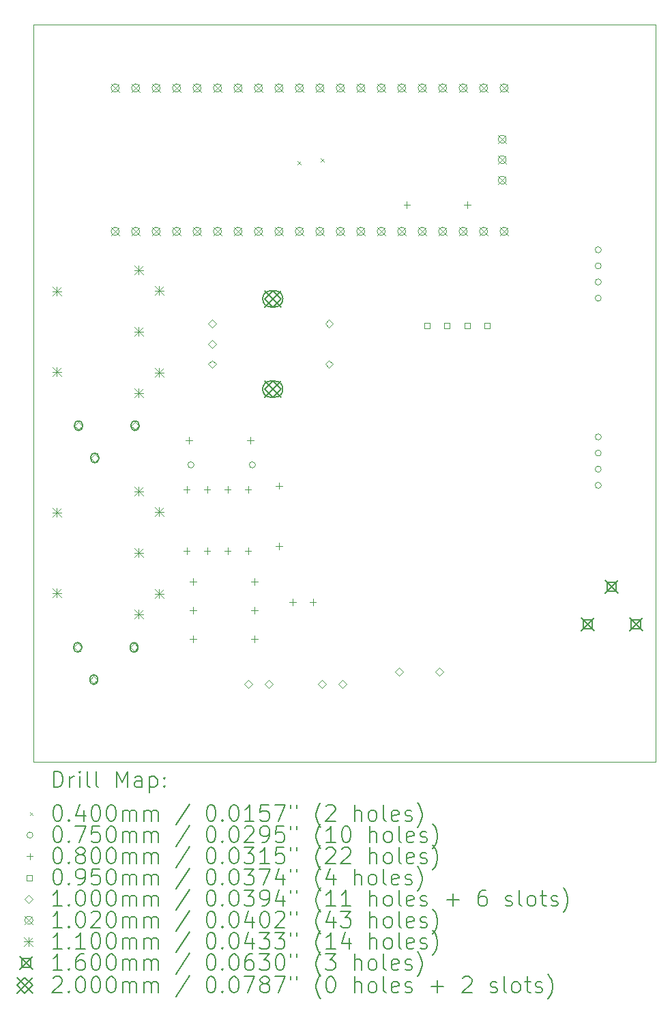
<source format=gbr>
%TF.GenerationSoftware,KiCad,Pcbnew,6.0.11+dfsg-1~bpo11+1*%
%TF.CreationDate,2025-04-08T21:51:37+02:00*%
%TF.ProjectId,v1,76312e6b-6963-4616-945f-706362585858,rev?*%
%TF.SameCoordinates,Original*%
%TF.FileFunction,Drillmap*%
%TF.FilePolarity,Positive*%
%FSLAX45Y45*%
G04 Gerber Fmt 4.5, Leading zero omitted, Abs format (unit mm)*
G04 Created by KiCad (PCBNEW 6.0.11+dfsg-1~bpo11+1) date 2025-04-08 21:51:37*
%MOMM*%
%LPD*%
G01*
G04 APERTURE LIST*
%ADD10C,0.100000*%
%ADD11C,0.200000*%
%ADD12C,0.040000*%
%ADD13C,0.075000*%
%ADD14C,0.080000*%
%ADD15C,0.095000*%
%ADD16C,0.102000*%
%ADD17C,0.110000*%
%ADD18C,0.160000*%
G04 APERTURE END LIST*
D10*
X8991600Y-3810000D02*
X16713200Y-3810000D01*
X16713200Y-3810000D02*
X16713200Y-12954000D01*
X16713200Y-12954000D02*
X8991600Y-12954000D01*
X8991600Y-12954000D02*
X8991600Y-3810000D01*
D11*
D12*
X12269470Y-5502820D02*
X12309470Y-5542820D01*
X12309470Y-5502820D02*
X12269470Y-5542820D01*
X12558360Y-5469570D02*
X12598360Y-5509570D01*
X12598360Y-5469570D02*
X12558360Y-5509570D01*
D13*
X10984900Y-9271000D02*
G75*
G03*
X10984900Y-9271000I-37500J0D01*
G01*
X11746900Y-9271000D02*
G75*
G03*
X11746900Y-9271000I-37500J0D01*
G01*
X16039500Y-6604000D02*
G75*
G03*
X16039500Y-6604000I-37500J0D01*
G01*
X16039500Y-6804000D02*
G75*
G03*
X16039500Y-6804000I-37500J0D01*
G01*
X16039500Y-7004000D02*
G75*
G03*
X16039500Y-7004000I-37500J0D01*
G01*
X16039500Y-7204000D02*
G75*
G03*
X16039500Y-7204000I-37500J0D01*
G01*
X16039500Y-8925000D02*
G75*
G03*
X16039500Y-8925000I-37500J0D01*
G01*
X16039500Y-9125000D02*
G75*
G03*
X16039500Y-9125000I-37500J0D01*
G01*
X16039500Y-9325000D02*
G75*
G03*
X16039500Y-9325000I-37500J0D01*
G01*
X16039500Y-9525000D02*
G75*
G03*
X16039500Y-9525000I-37500J0D01*
G01*
D14*
X10895600Y-9536800D02*
X10895600Y-9616800D01*
X10855600Y-9576800D02*
X10935600Y-9576800D01*
X10895600Y-10298800D02*
X10895600Y-10378800D01*
X10855600Y-10338800D02*
X10935600Y-10338800D01*
X10922000Y-8926200D02*
X10922000Y-9006200D01*
X10882000Y-8966200D02*
X10962000Y-8966200D01*
X10972800Y-10678800D02*
X10972800Y-10758800D01*
X10932800Y-10718800D02*
X11012800Y-10718800D01*
X10972800Y-11034400D02*
X10972800Y-11114400D01*
X10932800Y-11074400D02*
X11012800Y-11074400D01*
X10972800Y-11390000D02*
X10972800Y-11470000D01*
X10932800Y-11430000D02*
X11012800Y-11430000D01*
X11149600Y-9536800D02*
X11149600Y-9616800D01*
X11109600Y-9576800D02*
X11189600Y-9576800D01*
X11149600Y-10298800D02*
X11149600Y-10378800D01*
X11109600Y-10338800D02*
X11189600Y-10338800D01*
X11403600Y-9536800D02*
X11403600Y-9616800D01*
X11363600Y-9576800D02*
X11443600Y-9576800D01*
X11403600Y-10298800D02*
X11403600Y-10378800D01*
X11363600Y-10338800D02*
X11443600Y-10338800D01*
X11657600Y-9536800D02*
X11657600Y-9616800D01*
X11617600Y-9576800D02*
X11697600Y-9576800D01*
X11657600Y-10298800D02*
X11657600Y-10378800D01*
X11617600Y-10338800D02*
X11697600Y-10338800D01*
X11684000Y-8926200D02*
X11684000Y-9006200D01*
X11644000Y-8966200D02*
X11724000Y-8966200D01*
X11734800Y-10678800D02*
X11734800Y-10758800D01*
X11694800Y-10718800D02*
X11774800Y-10718800D01*
X11734800Y-11034400D02*
X11734800Y-11114400D01*
X11694800Y-11074400D02*
X11774800Y-11074400D01*
X11734800Y-11390000D02*
X11734800Y-11470000D01*
X11694800Y-11430000D02*
X11774800Y-11430000D01*
X12039600Y-9491000D02*
X12039600Y-9571000D01*
X11999600Y-9531000D02*
X12079600Y-9531000D01*
X12039600Y-10241000D02*
X12039600Y-10321000D01*
X11999600Y-10281000D02*
X12079600Y-10281000D01*
X12210540Y-10932800D02*
X12210540Y-11012800D01*
X12170540Y-10972800D02*
X12250540Y-10972800D01*
X12460540Y-10932800D02*
X12460540Y-11012800D01*
X12420540Y-10972800D02*
X12500540Y-10972800D01*
X13626400Y-6005200D02*
X13626400Y-6085200D01*
X13586400Y-6045200D02*
X13666400Y-6045200D01*
X14376400Y-6005200D02*
X14376400Y-6085200D01*
X14336400Y-6045200D02*
X14416400Y-6045200D01*
D15*
X13907988Y-7581988D02*
X13907988Y-7514812D01*
X13840812Y-7514812D01*
X13840812Y-7581988D01*
X13907988Y-7581988D01*
X14157988Y-7581988D02*
X14157988Y-7514812D01*
X14090812Y-7514812D01*
X14090812Y-7581988D01*
X14157988Y-7581988D01*
X14407988Y-7581988D02*
X14407988Y-7514812D01*
X14340812Y-7514812D01*
X14340812Y-7581988D01*
X14407988Y-7581988D01*
X14657988Y-7581988D02*
X14657988Y-7514812D01*
X14590812Y-7514812D01*
X14590812Y-7581988D01*
X14657988Y-7581988D01*
D10*
X9542000Y-11584800D02*
X9592000Y-11534800D01*
X9542000Y-11484800D01*
X9492000Y-11534800D01*
X9542000Y-11584800D01*
D11*
X9492000Y-11524800D02*
X9492000Y-11544800D01*
X9592000Y-11524800D02*
X9592000Y-11544800D01*
X9492000Y-11544800D02*
G75*
G03*
X9592000Y-11544800I50000J0D01*
G01*
X9592000Y-11524800D02*
G75*
G03*
X9492000Y-11524800I-50000J0D01*
G01*
D10*
X9553300Y-8835850D02*
X9603300Y-8785850D01*
X9553300Y-8735850D01*
X9503300Y-8785850D01*
X9553300Y-8835850D01*
D11*
X9503300Y-8775850D02*
X9503300Y-8795850D01*
X9603300Y-8775850D02*
X9603300Y-8795850D01*
X9503300Y-8795850D02*
G75*
G03*
X9603300Y-8795850I50000J0D01*
G01*
X9603300Y-8775850D02*
G75*
G03*
X9503300Y-8775850I-50000J0D01*
G01*
D10*
X9742000Y-11984800D02*
X9792000Y-11934800D01*
X9742000Y-11884800D01*
X9692000Y-11934800D01*
X9742000Y-11984800D01*
D11*
X9692000Y-11924800D02*
X9692000Y-11944800D01*
X9792000Y-11924800D02*
X9792000Y-11944800D01*
X9692000Y-11944800D02*
G75*
G03*
X9792000Y-11944800I50000J0D01*
G01*
X9792000Y-11924800D02*
G75*
G03*
X9692000Y-11924800I-50000J0D01*
G01*
D10*
X9753300Y-9235850D02*
X9803300Y-9185850D01*
X9753300Y-9135850D01*
X9703300Y-9185850D01*
X9753300Y-9235850D01*
D11*
X9703300Y-9175850D02*
X9703300Y-9195850D01*
X9803300Y-9175850D02*
X9803300Y-9195850D01*
X9703300Y-9195850D02*
G75*
G03*
X9803300Y-9195850I50000J0D01*
G01*
X9803300Y-9175850D02*
G75*
G03*
X9703300Y-9175850I-50000J0D01*
G01*
D10*
X10242000Y-11584800D02*
X10292000Y-11534800D01*
X10242000Y-11484800D01*
X10192000Y-11534800D01*
X10242000Y-11584800D01*
D11*
X10192000Y-11524800D02*
X10192000Y-11544800D01*
X10292000Y-11524800D02*
X10292000Y-11544800D01*
X10192000Y-11544800D02*
G75*
G03*
X10292000Y-11544800I50000J0D01*
G01*
X10292000Y-11524800D02*
G75*
G03*
X10192000Y-11524800I-50000J0D01*
G01*
D10*
X10253300Y-8835850D02*
X10303300Y-8785850D01*
X10253300Y-8735850D01*
X10203300Y-8785850D01*
X10253300Y-8835850D01*
D11*
X10203300Y-8775850D02*
X10203300Y-8795850D01*
X10303300Y-8775850D02*
X10303300Y-8795850D01*
X10203300Y-8795850D02*
G75*
G03*
X10303300Y-8795850I50000J0D01*
G01*
X10303300Y-8775850D02*
G75*
G03*
X10203300Y-8775850I-50000J0D01*
G01*
D10*
X11213000Y-7572400D02*
X11263000Y-7522400D01*
X11213000Y-7472400D01*
X11163000Y-7522400D01*
X11213000Y-7572400D01*
X11213000Y-7822400D02*
X11263000Y-7772400D01*
X11213000Y-7722400D01*
X11163000Y-7772400D01*
X11213000Y-7822400D01*
X11213000Y-8072400D02*
X11263000Y-8022400D01*
X11213000Y-7972400D01*
X11163000Y-8022400D01*
X11213000Y-8072400D01*
X11660600Y-12037100D02*
X11710600Y-11987100D01*
X11660600Y-11937100D01*
X11610600Y-11987100D01*
X11660600Y-12037100D01*
X11910600Y-12037100D02*
X11960600Y-11987100D01*
X11910600Y-11937100D01*
X11860600Y-11987100D01*
X11910600Y-12037100D01*
X12575000Y-12037100D02*
X12625000Y-11987100D01*
X12575000Y-11937100D01*
X12525000Y-11987100D01*
X12575000Y-12037100D01*
X12663000Y-7572400D02*
X12713000Y-7522400D01*
X12663000Y-7472400D01*
X12613000Y-7522400D01*
X12663000Y-7572400D01*
X12663000Y-8072400D02*
X12713000Y-8022400D01*
X12663000Y-7972400D01*
X12613000Y-8022400D01*
X12663000Y-8072400D01*
X12825000Y-12037100D02*
X12875000Y-11987100D01*
X12825000Y-11937100D01*
X12775000Y-11987100D01*
X12825000Y-12037100D01*
X13530030Y-11886400D02*
X13580030Y-11836400D01*
X13530030Y-11786400D01*
X13480030Y-11836400D01*
X13530030Y-11886400D01*
X14030030Y-11886400D02*
X14080030Y-11836400D01*
X14030030Y-11786400D01*
X13980030Y-11836400D01*
X14030030Y-11886400D01*
D16*
X9956600Y-4546400D02*
X10058600Y-4648400D01*
X10058600Y-4546400D02*
X9956600Y-4648400D01*
X10058600Y-4597400D02*
G75*
G03*
X10058600Y-4597400I-51000J0D01*
G01*
X9956600Y-6324400D02*
X10058600Y-6426400D01*
X10058600Y-6324400D02*
X9956600Y-6426400D01*
X10058600Y-6375400D02*
G75*
G03*
X10058600Y-6375400I-51000J0D01*
G01*
X10210600Y-4546400D02*
X10312600Y-4648400D01*
X10312600Y-4546400D02*
X10210600Y-4648400D01*
X10312600Y-4597400D02*
G75*
G03*
X10312600Y-4597400I-51000J0D01*
G01*
X10210600Y-6324400D02*
X10312600Y-6426400D01*
X10312600Y-6324400D02*
X10210600Y-6426400D01*
X10312600Y-6375400D02*
G75*
G03*
X10312600Y-6375400I-51000J0D01*
G01*
X10464600Y-4546400D02*
X10566600Y-4648400D01*
X10566600Y-4546400D02*
X10464600Y-4648400D01*
X10566600Y-4597400D02*
G75*
G03*
X10566600Y-4597400I-51000J0D01*
G01*
X10464600Y-6324400D02*
X10566600Y-6426400D01*
X10566600Y-6324400D02*
X10464600Y-6426400D01*
X10566600Y-6375400D02*
G75*
G03*
X10566600Y-6375400I-51000J0D01*
G01*
X10718600Y-4546400D02*
X10820600Y-4648400D01*
X10820600Y-4546400D02*
X10718600Y-4648400D01*
X10820600Y-4597400D02*
G75*
G03*
X10820600Y-4597400I-51000J0D01*
G01*
X10718600Y-6324400D02*
X10820600Y-6426400D01*
X10820600Y-6324400D02*
X10718600Y-6426400D01*
X10820600Y-6375400D02*
G75*
G03*
X10820600Y-6375400I-51000J0D01*
G01*
X10972600Y-4546400D02*
X11074600Y-4648400D01*
X11074600Y-4546400D02*
X10972600Y-4648400D01*
X11074600Y-4597400D02*
G75*
G03*
X11074600Y-4597400I-51000J0D01*
G01*
X10972600Y-6324400D02*
X11074600Y-6426400D01*
X11074600Y-6324400D02*
X10972600Y-6426400D01*
X11074600Y-6375400D02*
G75*
G03*
X11074600Y-6375400I-51000J0D01*
G01*
X11226600Y-4546400D02*
X11328600Y-4648400D01*
X11328600Y-4546400D02*
X11226600Y-4648400D01*
X11328600Y-4597400D02*
G75*
G03*
X11328600Y-4597400I-51000J0D01*
G01*
X11226600Y-6324400D02*
X11328600Y-6426400D01*
X11328600Y-6324400D02*
X11226600Y-6426400D01*
X11328600Y-6375400D02*
G75*
G03*
X11328600Y-6375400I-51000J0D01*
G01*
X11480600Y-4546400D02*
X11582600Y-4648400D01*
X11582600Y-4546400D02*
X11480600Y-4648400D01*
X11582600Y-4597400D02*
G75*
G03*
X11582600Y-4597400I-51000J0D01*
G01*
X11480600Y-6324400D02*
X11582600Y-6426400D01*
X11582600Y-6324400D02*
X11480600Y-6426400D01*
X11582600Y-6375400D02*
G75*
G03*
X11582600Y-6375400I-51000J0D01*
G01*
X11734600Y-4546400D02*
X11836600Y-4648400D01*
X11836600Y-4546400D02*
X11734600Y-4648400D01*
X11836600Y-4597400D02*
G75*
G03*
X11836600Y-4597400I-51000J0D01*
G01*
X11734600Y-6324400D02*
X11836600Y-6426400D01*
X11836600Y-6324400D02*
X11734600Y-6426400D01*
X11836600Y-6375400D02*
G75*
G03*
X11836600Y-6375400I-51000J0D01*
G01*
X11988600Y-4546400D02*
X12090600Y-4648400D01*
X12090600Y-4546400D02*
X11988600Y-4648400D01*
X12090600Y-4597400D02*
G75*
G03*
X12090600Y-4597400I-51000J0D01*
G01*
X11988600Y-6324400D02*
X12090600Y-6426400D01*
X12090600Y-6324400D02*
X11988600Y-6426400D01*
X12090600Y-6375400D02*
G75*
G03*
X12090600Y-6375400I-51000J0D01*
G01*
X12242600Y-4546400D02*
X12344600Y-4648400D01*
X12344600Y-4546400D02*
X12242600Y-4648400D01*
X12344600Y-4597400D02*
G75*
G03*
X12344600Y-4597400I-51000J0D01*
G01*
X12242600Y-6324400D02*
X12344600Y-6426400D01*
X12344600Y-6324400D02*
X12242600Y-6426400D01*
X12344600Y-6375400D02*
G75*
G03*
X12344600Y-6375400I-51000J0D01*
G01*
X12496600Y-4546400D02*
X12598600Y-4648400D01*
X12598600Y-4546400D02*
X12496600Y-4648400D01*
X12598600Y-4597400D02*
G75*
G03*
X12598600Y-4597400I-51000J0D01*
G01*
X12496600Y-6324400D02*
X12598600Y-6426400D01*
X12598600Y-6324400D02*
X12496600Y-6426400D01*
X12598600Y-6375400D02*
G75*
G03*
X12598600Y-6375400I-51000J0D01*
G01*
X12750600Y-4546400D02*
X12852600Y-4648400D01*
X12852600Y-4546400D02*
X12750600Y-4648400D01*
X12852600Y-4597400D02*
G75*
G03*
X12852600Y-4597400I-51000J0D01*
G01*
X12750600Y-6324400D02*
X12852600Y-6426400D01*
X12852600Y-6324400D02*
X12750600Y-6426400D01*
X12852600Y-6375400D02*
G75*
G03*
X12852600Y-6375400I-51000J0D01*
G01*
X13004600Y-4546400D02*
X13106600Y-4648400D01*
X13106600Y-4546400D02*
X13004600Y-4648400D01*
X13106600Y-4597400D02*
G75*
G03*
X13106600Y-4597400I-51000J0D01*
G01*
X13004600Y-6324400D02*
X13106600Y-6426400D01*
X13106600Y-6324400D02*
X13004600Y-6426400D01*
X13106600Y-6375400D02*
G75*
G03*
X13106600Y-6375400I-51000J0D01*
G01*
X13258600Y-4546400D02*
X13360600Y-4648400D01*
X13360600Y-4546400D02*
X13258600Y-4648400D01*
X13360600Y-4597400D02*
G75*
G03*
X13360600Y-4597400I-51000J0D01*
G01*
X13258600Y-6324400D02*
X13360600Y-6426400D01*
X13360600Y-6324400D02*
X13258600Y-6426400D01*
X13360600Y-6375400D02*
G75*
G03*
X13360600Y-6375400I-51000J0D01*
G01*
X13512600Y-4546400D02*
X13614600Y-4648400D01*
X13614600Y-4546400D02*
X13512600Y-4648400D01*
X13614600Y-4597400D02*
G75*
G03*
X13614600Y-4597400I-51000J0D01*
G01*
X13512600Y-6324400D02*
X13614600Y-6426400D01*
X13614600Y-6324400D02*
X13512600Y-6426400D01*
X13614600Y-6375400D02*
G75*
G03*
X13614600Y-6375400I-51000J0D01*
G01*
X13766600Y-4546400D02*
X13868600Y-4648400D01*
X13868600Y-4546400D02*
X13766600Y-4648400D01*
X13868600Y-4597400D02*
G75*
G03*
X13868600Y-4597400I-51000J0D01*
G01*
X13766600Y-6324400D02*
X13868600Y-6426400D01*
X13868600Y-6324400D02*
X13766600Y-6426400D01*
X13868600Y-6375400D02*
G75*
G03*
X13868600Y-6375400I-51000J0D01*
G01*
X14020600Y-4546400D02*
X14122600Y-4648400D01*
X14122600Y-4546400D02*
X14020600Y-4648400D01*
X14122600Y-4597400D02*
G75*
G03*
X14122600Y-4597400I-51000J0D01*
G01*
X14020600Y-6324400D02*
X14122600Y-6426400D01*
X14122600Y-6324400D02*
X14020600Y-6426400D01*
X14122600Y-6375400D02*
G75*
G03*
X14122600Y-6375400I-51000J0D01*
G01*
X14274600Y-4546400D02*
X14376600Y-4648400D01*
X14376600Y-4546400D02*
X14274600Y-4648400D01*
X14376600Y-4597400D02*
G75*
G03*
X14376600Y-4597400I-51000J0D01*
G01*
X14274600Y-6324400D02*
X14376600Y-6426400D01*
X14376600Y-6324400D02*
X14274600Y-6426400D01*
X14376600Y-6375400D02*
G75*
G03*
X14376600Y-6375400I-51000J0D01*
G01*
X14528600Y-4546400D02*
X14630600Y-4648400D01*
X14630600Y-4546400D02*
X14528600Y-4648400D01*
X14630600Y-4597400D02*
G75*
G03*
X14630600Y-4597400I-51000J0D01*
G01*
X14528600Y-6324400D02*
X14630600Y-6426400D01*
X14630600Y-6324400D02*
X14528600Y-6426400D01*
X14630600Y-6375400D02*
G75*
G03*
X14630600Y-6375400I-51000J0D01*
G01*
X14759600Y-5181400D02*
X14861600Y-5283400D01*
X14861600Y-5181400D02*
X14759600Y-5283400D01*
X14861600Y-5232400D02*
G75*
G03*
X14861600Y-5232400I-51000J0D01*
G01*
X14759600Y-5435400D02*
X14861600Y-5537400D01*
X14861600Y-5435400D02*
X14759600Y-5537400D01*
X14861600Y-5486400D02*
G75*
G03*
X14861600Y-5486400I-51000J0D01*
G01*
X14759600Y-5689400D02*
X14861600Y-5791400D01*
X14861600Y-5689400D02*
X14759600Y-5791400D01*
X14861600Y-5740400D02*
G75*
G03*
X14861600Y-5740400I-51000J0D01*
G01*
X14782600Y-4546400D02*
X14884600Y-4648400D01*
X14884600Y-4546400D02*
X14782600Y-4648400D01*
X14884600Y-4597400D02*
G75*
G03*
X14884600Y-4597400I-51000J0D01*
G01*
X14782600Y-6324400D02*
X14884600Y-6426400D01*
X14884600Y-6324400D02*
X14782600Y-6426400D01*
X14884600Y-6375400D02*
G75*
G03*
X14884600Y-6375400I-51000J0D01*
G01*
D17*
X9228700Y-7065000D02*
X9338700Y-7175000D01*
X9338700Y-7065000D02*
X9228700Y-7175000D01*
X9283700Y-7065000D02*
X9283700Y-7175000D01*
X9228700Y-7120000D02*
X9338700Y-7120000D01*
X9228700Y-8065000D02*
X9338700Y-8175000D01*
X9338700Y-8065000D02*
X9228700Y-8175000D01*
X9283700Y-8065000D02*
X9283700Y-8175000D01*
X9228700Y-8120000D02*
X9338700Y-8120000D01*
X9228700Y-9808200D02*
X9338700Y-9918200D01*
X9338700Y-9808200D02*
X9228700Y-9918200D01*
X9283700Y-9808200D02*
X9283700Y-9918200D01*
X9228700Y-9863200D02*
X9338700Y-9863200D01*
X9228700Y-10808200D02*
X9338700Y-10918200D01*
X9338700Y-10808200D02*
X9228700Y-10918200D01*
X9283700Y-10808200D02*
X9283700Y-10918200D01*
X9228700Y-10863200D02*
X9338700Y-10863200D01*
X10244700Y-6803000D02*
X10354700Y-6913000D01*
X10354700Y-6803000D02*
X10244700Y-6913000D01*
X10299700Y-6803000D02*
X10299700Y-6913000D01*
X10244700Y-6858000D02*
X10354700Y-6858000D01*
X10244700Y-7565000D02*
X10354700Y-7675000D01*
X10354700Y-7565000D02*
X10244700Y-7675000D01*
X10299700Y-7565000D02*
X10299700Y-7675000D01*
X10244700Y-7620000D02*
X10354700Y-7620000D01*
X10244700Y-8327000D02*
X10354700Y-8437000D01*
X10354700Y-8327000D02*
X10244700Y-8437000D01*
X10299700Y-8327000D02*
X10299700Y-8437000D01*
X10244700Y-8382000D02*
X10354700Y-8382000D01*
X10244700Y-9546200D02*
X10354700Y-9656200D01*
X10354700Y-9546200D02*
X10244700Y-9656200D01*
X10299700Y-9546200D02*
X10299700Y-9656200D01*
X10244700Y-9601200D02*
X10354700Y-9601200D01*
X10244700Y-10308200D02*
X10354700Y-10418200D01*
X10354700Y-10308200D02*
X10244700Y-10418200D01*
X10299700Y-10308200D02*
X10299700Y-10418200D01*
X10244700Y-10363200D02*
X10354700Y-10363200D01*
X10244700Y-11070200D02*
X10354700Y-11180200D01*
X10354700Y-11070200D02*
X10244700Y-11180200D01*
X10299700Y-11070200D02*
X10299700Y-11180200D01*
X10244700Y-11125200D02*
X10354700Y-11125200D01*
X10498700Y-7057000D02*
X10608700Y-7167000D01*
X10608700Y-7057000D02*
X10498700Y-7167000D01*
X10553700Y-7057000D02*
X10553700Y-7167000D01*
X10498700Y-7112000D02*
X10608700Y-7112000D01*
X10498700Y-8073000D02*
X10608700Y-8183000D01*
X10608700Y-8073000D02*
X10498700Y-8183000D01*
X10553700Y-8073000D02*
X10553700Y-8183000D01*
X10498700Y-8128000D02*
X10608700Y-8128000D01*
X10498700Y-9800200D02*
X10608700Y-9910200D01*
X10608700Y-9800200D02*
X10498700Y-9910200D01*
X10553700Y-9800200D02*
X10553700Y-9910200D01*
X10498700Y-9855200D02*
X10608700Y-9855200D01*
X10498700Y-10816200D02*
X10608700Y-10926200D01*
X10608700Y-10816200D02*
X10498700Y-10926200D01*
X10553700Y-10816200D02*
X10553700Y-10926200D01*
X10498700Y-10871200D02*
X10608700Y-10871200D01*
D18*
X15789600Y-11171000D02*
X15949600Y-11331000D01*
X15949600Y-11171000D02*
X15789600Y-11331000D01*
X15926169Y-11307569D02*
X15926169Y-11194431D01*
X15813031Y-11194431D01*
X15813031Y-11307569D01*
X15926169Y-11307569D01*
X16089600Y-10701000D02*
X16249600Y-10861000D01*
X16249600Y-10701000D02*
X16089600Y-10861000D01*
X16226169Y-10837569D02*
X16226169Y-10724431D01*
X16113031Y-10724431D01*
X16113031Y-10837569D01*
X16226169Y-10837569D01*
X16389600Y-11171000D02*
X16549600Y-11331000D01*
X16549600Y-11171000D02*
X16389600Y-11331000D01*
X16526169Y-11307569D02*
X16526169Y-11194431D01*
X16413031Y-11194431D01*
X16413031Y-11307569D01*
X16526169Y-11307569D01*
D11*
X11863000Y-7112400D02*
X12063000Y-7312400D01*
X12063000Y-7112400D02*
X11863000Y-7312400D01*
X11963000Y-7312400D02*
X12063000Y-7212400D01*
X11963000Y-7112400D01*
X11863000Y-7212400D01*
X11963000Y-7312400D01*
X11938000Y-7312400D02*
X11988000Y-7312400D01*
X11938000Y-7112400D02*
X11988000Y-7112400D01*
X11988000Y-7312400D02*
G75*
G03*
X11988000Y-7112400I0J100000D01*
G01*
X11938000Y-7112400D02*
G75*
G03*
X11938000Y-7312400I0J-100000D01*
G01*
X11863000Y-8232400D02*
X12063000Y-8432400D01*
X12063000Y-8232400D02*
X11863000Y-8432400D01*
X11963000Y-8432400D02*
X12063000Y-8332400D01*
X11963000Y-8232400D01*
X11863000Y-8332400D01*
X11963000Y-8432400D01*
X11938000Y-8432400D02*
X11988000Y-8432400D01*
X11938000Y-8232400D02*
X11988000Y-8232400D01*
X11988000Y-8432400D02*
G75*
G03*
X11988000Y-8232400I0J100000D01*
G01*
X11938000Y-8232400D02*
G75*
G03*
X11938000Y-8432400I0J-100000D01*
G01*
X9244219Y-13269476D02*
X9244219Y-13069476D01*
X9291838Y-13069476D01*
X9320410Y-13079000D01*
X9339457Y-13098048D01*
X9348981Y-13117095D01*
X9358505Y-13155190D01*
X9358505Y-13183762D01*
X9348981Y-13221857D01*
X9339457Y-13240905D01*
X9320410Y-13259952D01*
X9291838Y-13269476D01*
X9244219Y-13269476D01*
X9444219Y-13269476D02*
X9444219Y-13136143D01*
X9444219Y-13174238D02*
X9453743Y-13155190D01*
X9463267Y-13145667D01*
X9482314Y-13136143D01*
X9501362Y-13136143D01*
X9568029Y-13269476D02*
X9568029Y-13136143D01*
X9568029Y-13069476D02*
X9558505Y-13079000D01*
X9568029Y-13088524D01*
X9577552Y-13079000D01*
X9568029Y-13069476D01*
X9568029Y-13088524D01*
X9691838Y-13269476D02*
X9672790Y-13259952D01*
X9663267Y-13240905D01*
X9663267Y-13069476D01*
X9796600Y-13269476D02*
X9777552Y-13259952D01*
X9768029Y-13240905D01*
X9768029Y-13069476D01*
X10025171Y-13269476D02*
X10025171Y-13069476D01*
X10091838Y-13212333D01*
X10158505Y-13069476D01*
X10158505Y-13269476D01*
X10339457Y-13269476D02*
X10339457Y-13164714D01*
X10329933Y-13145667D01*
X10310886Y-13136143D01*
X10272790Y-13136143D01*
X10253743Y-13145667D01*
X10339457Y-13259952D02*
X10320410Y-13269476D01*
X10272790Y-13269476D01*
X10253743Y-13259952D01*
X10244219Y-13240905D01*
X10244219Y-13221857D01*
X10253743Y-13202809D01*
X10272790Y-13193286D01*
X10320410Y-13193286D01*
X10339457Y-13183762D01*
X10434695Y-13136143D02*
X10434695Y-13336143D01*
X10434695Y-13145667D02*
X10453743Y-13136143D01*
X10491838Y-13136143D01*
X10510886Y-13145667D01*
X10520410Y-13155190D01*
X10529933Y-13174238D01*
X10529933Y-13231381D01*
X10520410Y-13250428D01*
X10510886Y-13259952D01*
X10491838Y-13269476D01*
X10453743Y-13269476D01*
X10434695Y-13259952D01*
X10615648Y-13250428D02*
X10625171Y-13259952D01*
X10615648Y-13269476D01*
X10606124Y-13259952D01*
X10615648Y-13250428D01*
X10615648Y-13269476D01*
X10615648Y-13145667D02*
X10625171Y-13155190D01*
X10615648Y-13164714D01*
X10606124Y-13155190D01*
X10615648Y-13145667D01*
X10615648Y-13164714D01*
D12*
X8946600Y-13579000D02*
X8986600Y-13619000D01*
X8986600Y-13579000D02*
X8946600Y-13619000D01*
D11*
X9282314Y-13489476D02*
X9301362Y-13489476D01*
X9320410Y-13499000D01*
X9329933Y-13508524D01*
X9339457Y-13527571D01*
X9348981Y-13565667D01*
X9348981Y-13613286D01*
X9339457Y-13651381D01*
X9329933Y-13670428D01*
X9320410Y-13679952D01*
X9301362Y-13689476D01*
X9282314Y-13689476D01*
X9263267Y-13679952D01*
X9253743Y-13670428D01*
X9244219Y-13651381D01*
X9234695Y-13613286D01*
X9234695Y-13565667D01*
X9244219Y-13527571D01*
X9253743Y-13508524D01*
X9263267Y-13499000D01*
X9282314Y-13489476D01*
X9434695Y-13670428D02*
X9444219Y-13679952D01*
X9434695Y-13689476D01*
X9425171Y-13679952D01*
X9434695Y-13670428D01*
X9434695Y-13689476D01*
X9615648Y-13556143D02*
X9615648Y-13689476D01*
X9568029Y-13479952D02*
X9520410Y-13622809D01*
X9644219Y-13622809D01*
X9758505Y-13489476D02*
X9777552Y-13489476D01*
X9796600Y-13499000D01*
X9806124Y-13508524D01*
X9815648Y-13527571D01*
X9825171Y-13565667D01*
X9825171Y-13613286D01*
X9815648Y-13651381D01*
X9806124Y-13670428D01*
X9796600Y-13679952D01*
X9777552Y-13689476D01*
X9758505Y-13689476D01*
X9739457Y-13679952D01*
X9729933Y-13670428D01*
X9720410Y-13651381D01*
X9710886Y-13613286D01*
X9710886Y-13565667D01*
X9720410Y-13527571D01*
X9729933Y-13508524D01*
X9739457Y-13499000D01*
X9758505Y-13489476D01*
X9948981Y-13489476D02*
X9968029Y-13489476D01*
X9987076Y-13499000D01*
X9996600Y-13508524D01*
X10006124Y-13527571D01*
X10015648Y-13565667D01*
X10015648Y-13613286D01*
X10006124Y-13651381D01*
X9996600Y-13670428D01*
X9987076Y-13679952D01*
X9968029Y-13689476D01*
X9948981Y-13689476D01*
X9929933Y-13679952D01*
X9920410Y-13670428D01*
X9910886Y-13651381D01*
X9901362Y-13613286D01*
X9901362Y-13565667D01*
X9910886Y-13527571D01*
X9920410Y-13508524D01*
X9929933Y-13499000D01*
X9948981Y-13489476D01*
X10101362Y-13689476D02*
X10101362Y-13556143D01*
X10101362Y-13575190D02*
X10110886Y-13565667D01*
X10129933Y-13556143D01*
X10158505Y-13556143D01*
X10177552Y-13565667D01*
X10187076Y-13584714D01*
X10187076Y-13689476D01*
X10187076Y-13584714D02*
X10196600Y-13565667D01*
X10215648Y-13556143D01*
X10244219Y-13556143D01*
X10263267Y-13565667D01*
X10272790Y-13584714D01*
X10272790Y-13689476D01*
X10368029Y-13689476D02*
X10368029Y-13556143D01*
X10368029Y-13575190D02*
X10377552Y-13565667D01*
X10396600Y-13556143D01*
X10425171Y-13556143D01*
X10444219Y-13565667D01*
X10453743Y-13584714D01*
X10453743Y-13689476D01*
X10453743Y-13584714D02*
X10463267Y-13565667D01*
X10482314Y-13556143D01*
X10510886Y-13556143D01*
X10529933Y-13565667D01*
X10539457Y-13584714D01*
X10539457Y-13689476D01*
X10929933Y-13479952D02*
X10758505Y-13737095D01*
X11187076Y-13489476D02*
X11206124Y-13489476D01*
X11225171Y-13499000D01*
X11234695Y-13508524D01*
X11244219Y-13527571D01*
X11253743Y-13565667D01*
X11253743Y-13613286D01*
X11244219Y-13651381D01*
X11234695Y-13670428D01*
X11225171Y-13679952D01*
X11206124Y-13689476D01*
X11187076Y-13689476D01*
X11168029Y-13679952D01*
X11158505Y-13670428D01*
X11148981Y-13651381D01*
X11139457Y-13613286D01*
X11139457Y-13565667D01*
X11148981Y-13527571D01*
X11158505Y-13508524D01*
X11168029Y-13499000D01*
X11187076Y-13489476D01*
X11339457Y-13670428D02*
X11348981Y-13679952D01*
X11339457Y-13689476D01*
X11329933Y-13679952D01*
X11339457Y-13670428D01*
X11339457Y-13689476D01*
X11472790Y-13489476D02*
X11491838Y-13489476D01*
X11510886Y-13499000D01*
X11520409Y-13508524D01*
X11529933Y-13527571D01*
X11539457Y-13565667D01*
X11539457Y-13613286D01*
X11529933Y-13651381D01*
X11520409Y-13670428D01*
X11510886Y-13679952D01*
X11491838Y-13689476D01*
X11472790Y-13689476D01*
X11453743Y-13679952D01*
X11444219Y-13670428D01*
X11434695Y-13651381D01*
X11425171Y-13613286D01*
X11425171Y-13565667D01*
X11434695Y-13527571D01*
X11444219Y-13508524D01*
X11453743Y-13499000D01*
X11472790Y-13489476D01*
X11729933Y-13689476D02*
X11615648Y-13689476D01*
X11672790Y-13689476D02*
X11672790Y-13489476D01*
X11653743Y-13518048D01*
X11634695Y-13537095D01*
X11615648Y-13546619D01*
X11910886Y-13489476D02*
X11815648Y-13489476D01*
X11806124Y-13584714D01*
X11815648Y-13575190D01*
X11834695Y-13565667D01*
X11882314Y-13565667D01*
X11901362Y-13575190D01*
X11910886Y-13584714D01*
X11920409Y-13603762D01*
X11920409Y-13651381D01*
X11910886Y-13670428D01*
X11901362Y-13679952D01*
X11882314Y-13689476D01*
X11834695Y-13689476D01*
X11815648Y-13679952D01*
X11806124Y-13670428D01*
X11987076Y-13489476D02*
X12120409Y-13489476D01*
X12034695Y-13689476D01*
X12187076Y-13489476D02*
X12187076Y-13527571D01*
X12263267Y-13489476D02*
X12263267Y-13527571D01*
X12558505Y-13765667D02*
X12548981Y-13756143D01*
X12529933Y-13727571D01*
X12520409Y-13708524D01*
X12510886Y-13679952D01*
X12501362Y-13632333D01*
X12501362Y-13594238D01*
X12510886Y-13546619D01*
X12520409Y-13518048D01*
X12529933Y-13499000D01*
X12548981Y-13470428D01*
X12558505Y-13460905D01*
X12625171Y-13508524D02*
X12634695Y-13499000D01*
X12653743Y-13489476D01*
X12701362Y-13489476D01*
X12720409Y-13499000D01*
X12729933Y-13508524D01*
X12739457Y-13527571D01*
X12739457Y-13546619D01*
X12729933Y-13575190D01*
X12615648Y-13689476D01*
X12739457Y-13689476D01*
X12977552Y-13689476D02*
X12977552Y-13489476D01*
X13063267Y-13689476D02*
X13063267Y-13584714D01*
X13053743Y-13565667D01*
X13034695Y-13556143D01*
X13006124Y-13556143D01*
X12987076Y-13565667D01*
X12977552Y-13575190D01*
X13187076Y-13689476D02*
X13168028Y-13679952D01*
X13158505Y-13670428D01*
X13148981Y-13651381D01*
X13148981Y-13594238D01*
X13158505Y-13575190D01*
X13168028Y-13565667D01*
X13187076Y-13556143D01*
X13215648Y-13556143D01*
X13234695Y-13565667D01*
X13244219Y-13575190D01*
X13253743Y-13594238D01*
X13253743Y-13651381D01*
X13244219Y-13670428D01*
X13234695Y-13679952D01*
X13215648Y-13689476D01*
X13187076Y-13689476D01*
X13368028Y-13689476D02*
X13348981Y-13679952D01*
X13339457Y-13660905D01*
X13339457Y-13489476D01*
X13520409Y-13679952D02*
X13501362Y-13689476D01*
X13463267Y-13689476D01*
X13444219Y-13679952D01*
X13434695Y-13660905D01*
X13434695Y-13584714D01*
X13444219Y-13565667D01*
X13463267Y-13556143D01*
X13501362Y-13556143D01*
X13520409Y-13565667D01*
X13529933Y-13584714D01*
X13529933Y-13603762D01*
X13434695Y-13622809D01*
X13606124Y-13679952D02*
X13625171Y-13689476D01*
X13663267Y-13689476D01*
X13682314Y-13679952D01*
X13691838Y-13660905D01*
X13691838Y-13651381D01*
X13682314Y-13632333D01*
X13663267Y-13622809D01*
X13634695Y-13622809D01*
X13615648Y-13613286D01*
X13606124Y-13594238D01*
X13606124Y-13584714D01*
X13615648Y-13565667D01*
X13634695Y-13556143D01*
X13663267Y-13556143D01*
X13682314Y-13565667D01*
X13758505Y-13765667D02*
X13768028Y-13756143D01*
X13787076Y-13727571D01*
X13796600Y-13708524D01*
X13806124Y-13679952D01*
X13815648Y-13632333D01*
X13815648Y-13594238D01*
X13806124Y-13546619D01*
X13796600Y-13518048D01*
X13787076Y-13499000D01*
X13768028Y-13470428D01*
X13758505Y-13460905D01*
D13*
X8986600Y-13863000D02*
G75*
G03*
X8986600Y-13863000I-37500J0D01*
G01*
D11*
X9282314Y-13753476D02*
X9301362Y-13753476D01*
X9320410Y-13763000D01*
X9329933Y-13772524D01*
X9339457Y-13791571D01*
X9348981Y-13829667D01*
X9348981Y-13877286D01*
X9339457Y-13915381D01*
X9329933Y-13934428D01*
X9320410Y-13943952D01*
X9301362Y-13953476D01*
X9282314Y-13953476D01*
X9263267Y-13943952D01*
X9253743Y-13934428D01*
X9244219Y-13915381D01*
X9234695Y-13877286D01*
X9234695Y-13829667D01*
X9244219Y-13791571D01*
X9253743Y-13772524D01*
X9263267Y-13763000D01*
X9282314Y-13753476D01*
X9434695Y-13934428D02*
X9444219Y-13943952D01*
X9434695Y-13953476D01*
X9425171Y-13943952D01*
X9434695Y-13934428D01*
X9434695Y-13953476D01*
X9510886Y-13753476D02*
X9644219Y-13753476D01*
X9558505Y-13953476D01*
X9815648Y-13753476D02*
X9720410Y-13753476D01*
X9710886Y-13848714D01*
X9720410Y-13839190D01*
X9739457Y-13829667D01*
X9787076Y-13829667D01*
X9806124Y-13839190D01*
X9815648Y-13848714D01*
X9825171Y-13867762D01*
X9825171Y-13915381D01*
X9815648Y-13934428D01*
X9806124Y-13943952D01*
X9787076Y-13953476D01*
X9739457Y-13953476D01*
X9720410Y-13943952D01*
X9710886Y-13934428D01*
X9948981Y-13753476D02*
X9968029Y-13753476D01*
X9987076Y-13763000D01*
X9996600Y-13772524D01*
X10006124Y-13791571D01*
X10015648Y-13829667D01*
X10015648Y-13877286D01*
X10006124Y-13915381D01*
X9996600Y-13934428D01*
X9987076Y-13943952D01*
X9968029Y-13953476D01*
X9948981Y-13953476D01*
X9929933Y-13943952D01*
X9920410Y-13934428D01*
X9910886Y-13915381D01*
X9901362Y-13877286D01*
X9901362Y-13829667D01*
X9910886Y-13791571D01*
X9920410Y-13772524D01*
X9929933Y-13763000D01*
X9948981Y-13753476D01*
X10101362Y-13953476D02*
X10101362Y-13820143D01*
X10101362Y-13839190D02*
X10110886Y-13829667D01*
X10129933Y-13820143D01*
X10158505Y-13820143D01*
X10177552Y-13829667D01*
X10187076Y-13848714D01*
X10187076Y-13953476D01*
X10187076Y-13848714D02*
X10196600Y-13829667D01*
X10215648Y-13820143D01*
X10244219Y-13820143D01*
X10263267Y-13829667D01*
X10272790Y-13848714D01*
X10272790Y-13953476D01*
X10368029Y-13953476D02*
X10368029Y-13820143D01*
X10368029Y-13839190D02*
X10377552Y-13829667D01*
X10396600Y-13820143D01*
X10425171Y-13820143D01*
X10444219Y-13829667D01*
X10453743Y-13848714D01*
X10453743Y-13953476D01*
X10453743Y-13848714D02*
X10463267Y-13829667D01*
X10482314Y-13820143D01*
X10510886Y-13820143D01*
X10529933Y-13829667D01*
X10539457Y-13848714D01*
X10539457Y-13953476D01*
X10929933Y-13743952D02*
X10758505Y-14001095D01*
X11187076Y-13753476D02*
X11206124Y-13753476D01*
X11225171Y-13763000D01*
X11234695Y-13772524D01*
X11244219Y-13791571D01*
X11253743Y-13829667D01*
X11253743Y-13877286D01*
X11244219Y-13915381D01*
X11234695Y-13934428D01*
X11225171Y-13943952D01*
X11206124Y-13953476D01*
X11187076Y-13953476D01*
X11168029Y-13943952D01*
X11158505Y-13934428D01*
X11148981Y-13915381D01*
X11139457Y-13877286D01*
X11139457Y-13829667D01*
X11148981Y-13791571D01*
X11158505Y-13772524D01*
X11168029Y-13763000D01*
X11187076Y-13753476D01*
X11339457Y-13934428D02*
X11348981Y-13943952D01*
X11339457Y-13953476D01*
X11329933Y-13943952D01*
X11339457Y-13934428D01*
X11339457Y-13953476D01*
X11472790Y-13753476D02*
X11491838Y-13753476D01*
X11510886Y-13763000D01*
X11520409Y-13772524D01*
X11529933Y-13791571D01*
X11539457Y-13829667D01*
X11539457Y-13877286D01*
X11529933Y-13915381D01*
X11520409Y-13934428D01*
X11510886Y-13943952D01*
X11491838Y-13953476D01*
X11472790Y-13953476D01*
X11453743Y-13943952D01*
X11444219Y-13934428D01*
X11434695Y-13915381D01*
X11425171Y-13877286D01*
X11425171Y-13829667D01*
X11434695Y-13791571D01*
X11444219Y-13772524D01*
X11453743Y-13763000D01*
X11472790Y-13753476D01*
X11615648Y-13772524D02*
X11625171Y-13763000D01*
X11644219Y-13753476D01*
X11691838Y-13753476D01*
X11710886Y-13763000D01*
X11720409Y-13772524D01*
X11729933Y-13791571D01*
X11729933Y-13810619D01*
X11720409Y-13839190D01*
X11606124Y-13953476D01*
X11729933Y-13953476D01*
X11825171Y-13953476D02*
X11863267Y-13953476D01*
X11882314Y-13943952D01*
X11891838Y-13934428D01*
X11910886Y-13905857D01*
X11920409Y-13867762D01*
X11920409Y-13791571D01*
X11910886Y-13772524D01*
X11901362Y-13763000D01*
X11882314Y-13753476D01*
X11844219Y-13753476D01*
X11825171Y-13763000D01*
X11815648Y-13772524D01*
X11806124Y-13791571D01*
X11806124Y-13839190D01*
X11815648Y-13858238D01*
X11825171Y-13867762D01*
X11844219Y-13877286D01*
X11882314Y-13877286D01*
X11901362Y-13867762D01*
X11910886Y-13858238D01*
X11920409Y-13839190D01*
X12101362Y-13753476D02*
X12006124Y-13753476D01*
X11996600Y-13848714D01*
X12006124Y-13839190D01*
X12025171Y-13829667D01*
X12072790Y-13829667D01*
X12091838Y-13839190D01*
X12101362Y-13848714D01*
X12110886Y-13867762D01*
X12110886Y-13915381D01*
X12101362Y-13934428D01*
X12091838Y-13943952D01*
X12072790Y-13953476D01*
X12025171Y-13953476D01*
X12006124Y-13943952D01*
X11996600Y-13934428D01*
X12187076Y-13753476D02*
X12187076Y-13791571D01*
X12263267Y-13753476D02*
X12263267Y-13791571D01*
X12558505Y-14029667D02*
X12548981Y-14020143D01*
X12529933Y-13991571D01*
X12520409Y-13972524D01*
X12510886Y-13943952D01*
X12501362Y-13896333D01*
X12501362Y-13858238D01*
X12510886Y-13810619D01*
X12520409Y-13782048D01*
X12529933Y-13763000D01*
X12548981Y-13734428D01*
X12558505Y-13724905D01*
X12739457Y-13953476D02*
X12625171Y-13953476D01*
X12682314Y-13953476D02*
X12682314Y-13753476D01*
X12663267Y-13782048D01*
X12644219Y-13801095D01*
X12625171Y-13810619D01*
X12863267Y-13753476D02*
X12882314Y-13753476D01*
X12901362Y-13763000D01*
X12910886Y-13772524D01*
X12920409Y-13791571D01*
X12929933Y-13829667D01*
X12929933Y-13877286D01*
X12920409Y-13915381D01*
X12910886Y-13934428D01*
X12901362Y-13943952D01*
X12882314Y-13953476D01*
X12863267Y-13953476D01*
X12844219Y-13943952D01*
X12834695Y-13934428D01*
X12825171Y-13915381D01*
X12815648Y-13877286D01*
X12815648Y-13829667D01*
X12825171Y-13791571D01*
X12834695Y-13772524D01*
X12844219Y-13763000D01*
X12863267Y-13753476D01*
X13168028Y-13953476D02*
X13168028Y-13753476D01*
X13253743Y-13953476D02*
X13253743Y-13848714D01*
X13244219Y-13829667D01*
X13225171Y-13820143D01*
X13196600Y-13820143D01*
X13177552Y-13829667D01*
X13168028Y-13839190D01*
X13377552Y-13953476D02*
X13358505Y-13943952D01*
X13348981Y-13934428D01*
X13339457Y-13915381D01*
X13339457Y-13858238D01*
X13348981Y-13839190D01*
X13358505Y-13829667D01*
X13377552Y-13820143D01*
X13406124Y-13820143D01*
X13425171Y-13829667D01*
X13434695Y-13839190D01*
X13444219Y-13858238D01*
X13444219Y-13915381D01*
X13434695Y-13934428D01*
X13425171Y-13943952D01*
X13406124Y-13953476D01*
X13377552Y-13953476D01*
X13558505Y-13953476D02*
X13539457Y-13943952D01*
X13529933Y-13924905D01*
X13529933Y-13753476D01*
X13710886Y-13943952D02*
X13691838Y-13953476D01*
X13653743Y-13953476D01*
X13634695Y-13943952D01*
X13625171Y-13924905D01*
X13625171Y-13848714D01*
X13634695Y-13829667D01*
X13653743Y-13820143D01*
X13691838Y-13820143D01*
X13710886Y-13829667D01*
X13720409Y-13848714D01*
X13720409Y-13867762D01*
X13625171Y-13886809D01*
X13796600Y-13943952D02*
X13815648Y-13953476D01*
X13853743Y-13953476D01*
X13872790Y-13943952D01*
X13882314Y-13924905D01*
X13882314Y-13915381D01*
X13872790Y-13896333D01*
X13853743Y-13886809D01*
X13825171Y-13886809D01*
X13806124Y-13877286D01*
X13796600Y-13858238D01*
X13796600Y-13848714D01*
X13806124Y-13829667D01*
X13825171Y-13820143D01*
X13853743Y-13820143D01*
X13872790Y-13829667D01*
X13948981Y-14029667D02*
X13958505Y-14020143D01*
X13977552Y-13991571D01*
X13987076Y-13972524D01*
X13996600Y-13943952D01*
X14006124Y-13896333D01*
X14006124Y-13858238D01*
X13996600Y-13810619D01*
X13987076Y-13782048D01*
X13977552Y-13763000D01*
X13958505Y-13734428D01*
X13948981Y-13724905D01*
D14*
X8946600Y-14087000D02*
X8946600Y-14167000D01*
X8906600Y-14127000D02*
X8986600Y-14127000D01*
D11*
X9282314Y-14017476D02*
X9301362Y-14017476D01*
X9320410Y-14027000D01*
X9329933Y-14036524D01*
X9339457Y-14055571D01*
X9348981Y-14093667D01*
X9348981Y-14141286D01*
X9339457Y-14179381D01*
X9329933Y-14198428D01*
X9320410Y-14207952D01*
X9301362Y-14217476D01*
X9282314Y-14217476D01*
X9263267Y-14207952D01*
X9253743Y-14198428D01*
X9244219Y-14179381D01*
X9234695Y-14141286D01*
X9234695Y-14093667D01*
X9244219Y-14055571D01*
X9253743Y-14036524D01*
X9263267Y-14027000D01*
X9282314Y-14017476D01*
X9434695Y-14198428D02*
X9444219Y-14207952D01*
X9434695Y-14217476D01*
X9425171Y-14207952D01*
X9434695Y-14198428D01*
X9434695Y-14217476D01*
X9558505Y-14103190D02*
X9539457Y-14093667D01*
X9529933Y-14084143D01*
X9520410Y-14065095D01*
X9520410Y-14055571D01*
X9529933Y-14036524D01*
X9539457Y-14027000D01*
X9558505Y-14017476D01*
X9596600Y-14017476D01*
X9615648Y-14027000D01*
X9625171Y-14036524D01*
X9634695Y-14055571D01*
X9634695Y-14065095D01*
X9625171Y-14084143D01*
X9615648Y-14093667D01*
X9596600Y-14103190D01*
X9558505Y-14103190D01*
X9539457Y-14112714D01*
X9529933Y-14122238D01*
X9520410Y-14141286D01*
X9520410Y-14179381D01*
X9529933Y-14198428D01*
X9539457Y-14207952D01*
X9558505Y-14217476D01*
X9596600Y-14217476D01*
X9615648Y-14207952D01*
X9625171Y-14198428D01*
X9634695Y-14179381D01*
X9634695Y-14141286D01*
X9625171Y-14122238D01*
X9615648Y-14112714D01*
X9596600Y-14103190D01*
X9758505Y-14017476D02*
X9777552Y-14017476D01*
X9796600Y-14027000D01*
X9806124Y-14036524D01*
X9815648Y-14055571D01*
X9825171Y-14093667D01*
X9825171Y-14141286D01*
X9815648Y-14179381D01*
X9806124Y-14198428D01*
X9796600Y-14207952D01*
X9777552Y-14217476D01*
X9758505Y-14217476D01*
X9739457Y-14207952D01*
X9729933Y-14198428D01*
X9720410Y-14179381D01*
X9710886Y-14141286D01*
X9710886Y-14093667D01*
X9720410Y-14055571D01*
X9729933Y-14036524D01*
X9739457Y-14027000D01*
X9758505Y-14017476D01*
X9948981Y-14017476D02*
X9968029Y-14017476D01*
X9987076Y-14027000D01*
X9996600Y-14036524D01*
X10006124Y-14055571D01*
X10015648Y-14093667D01*
X10015648Y-14141286D01*
X10006124Y-14179381D01*
X9996600Y-14198428D01*
X9987076Y-14207952D01*
X9968029Y-14217476D01*
X9948981Y-14217476D01*
X9929933Y-14207952D01*
X9920410Y-14198428D01*
X9910886Y-14179381D01*
X9901362Y-14141286D01*
X9901362Y-14093667D01*
X9910886Y-14055571D01*
X9920410Y-14036524D01*
X9929933Y-14027000D01*
X9948981Y-14017476D01*
X10101362Y-14217476D02*
X10101362Y-14084143D01*
X10101362Y-14103190D02*
X10110886Y-14093667D01*
X10129933Y-14084143D01*
X10158505Y-14084143D01*
X10177552Y-14093667D01*
X10187076Y-14112714D01*
X10187076Y-14217476D01*
X10187076Y-14112714D02*
X10196600Y-14093667D01*
X10215648Y-14084143D01*
X10244219Y-14084143D01*
X10263267Y-14093667D01*
X10272790Y-14112714D01*
X10272790Y-14217476D01*
X10368029Y-14217476D02*
X10368029Y-14084143D01*
X10368029Y-14103190D02*
X10377552Y-14093667D01*
X10396600Y-14084143D01*
X10425171Y-14084143D01*
X10444219Y-14093667D01*
X10453743Y-14112714D01*
X10453743Y-14217476D01*
X10453743Y-14112714D02*
X10463267Y-14093667D01*
X10482314Y-14084143D01*
X10510886Y-14084143D01*
X10529933Y-14093667D01*
X10539457Y-14112714D01*
X10539457Y-14217476D01*
X10929933Y-14007952D02*
X10758505Y-14265095D01*
X11187076Y-14017476D02*
X11206124Y-14017476D01*
X11225171Y-14027000D01*
X11234695Y-14036524D01*
X11244219Y-14055571D01*
X11253743Y-14093667D01*
X11253743Y-14141286D01*
X11244219Y-14179381D01*
X11234695Y-14198428D01*
X11225171Y-14207952D01*
X11206124Y-14217476D01*
X11187076Y-14217476D01*
X11168029Y-14207952D01*
X11158505Y-14198428D01*
X11148981Y-14179381D01*
X11139457Y-14141286D01*
X11139457Y-14093667D01*
X11148981Y-14055571D01*
X11158505Y-14036524D01*
X11168029Y-14027000D01*
X11187076Y-14017476D01*
X11339457Y-14198428D02*
X11348981Y-14207952D01*
X11339457Y-14217476D01*
X11329933Y-14207952D01*
X11339457Y-14198428D01*
X11339457Y-14217476D01*
X11472790Y-14017476D02*
X11491838Y-14017476D01*
X11510886Y-14027000D01*
X11520409Y-14036524D01*
X11529933Y-14055571D01*
X11539457Y-14093667D01*
X11539457Y-14141286D01*
X11529933Y-14179381D01*
X11520409Y-14198428D01*
X11510886Y-14207952D01*
X11491838Y-14217476D01*
X11472790Y-14217476D01*
X11453743Y-14207952D01*
X11444219Y-14198428D01*
X11434695Y-14179381D01*
X11425171Y-14141286D01*
X11425171Y-14093667D01*
X11434695Y-14055571D01*
X11444219Y-14036524D01*
X11453743Y-14027000D01*
X11472790Y-14017476D01*
X11606124Y-14017476D02*
X11729933Y-14017476D01*
X11663267Y-14093667D01*
X11691838Y-14093667D01*
X11710886Y-14103190D01*
X11720409Y-14112714D01*
X11729933Y-14131762D01*
X11729933Y-14179381D01*
X11720409Y-14198428D01*
X11710886Y-14207952D01*
X11691838Y-14217476D01*
X11634695Y-14217476D01*
X11615648Y-14207952D01*
X11606124Y-14198428D01*
X11920409Y-14217476D02*
X11806124Y-14217476D01*
X11863267Y-14217476D02*
X11863267Y-14017476D01*
X11844219Y-14046048D01*
X11825171Y-14065095D01*
X11806124Y-14074619D01*
X12101362Y-14017476D02*
X12006124Y-14017476D01*
X11996600Y-14112714D01*
X12006124Y-14103190D01*
X12025171Y-14093667D01*
X12072790Y-14093667D01*
X12091838Y-14103190D01*
X12101362Y-14112714D01*
X12110886Y-14131762D01*
X12110886Y-14179381D01*
X12101362Y-14198428D01*
X12091838Y-14207952D01*
X12072790Y-14217476D01*
X12025171Y-14217476D01*
X12006124Y-14207952D01*
X11996600Y-14198428D01*
X12187076Y-14017476D02*
X12187076Y-14055571D01*
X12263267Y-14017476D02*
X12263267Y-14055571D01*
X12558505Y-14293667D02*
X12548981Y-14284143D01*
X12529933Y-14255571D01*
X12520409Y-14236524D01*
X12510886Y-14207952D01*
X12501362Y-14160333D01*
X12501362Y-14122238D01*
X12510886Y-14074619D01*
X12520409Y-14046048D01*
X12529933Y-14027000D01*
X12548981Y-13998428D01*
X12558505Y-13988905D01*
X12625171Y-14036524D02*
X12634695Y-14027000D01*
X12653743Y-14017476D01*
X12701362Y-14017476D01*
X12720409Y-14027000D01*
X12729933Y-14036524D01*
X12739457Y-14055571D01*
X12739457Y-14074619D01*
X12729933Y-14103190D01*
X12615648Y-14217476D01*
X12739457Y-14217476D01*
X12815648Y-14036524D02*
X12825171Y-14027000D01*
X12844219Y-14017476D01*
X12891838Y-14017476D01*
X12910886Y-14027000D01*
X12920409Y-14036524D01*
X12929933Y-14055571D01*
X12929933Y-14074619D01*
X12920409Y-14103190D01*
X12806124Y-14217476D01*
X12929933Y-14217476D01*
X13168028Y-14217476D02*
X13168028Y-14017476D01*
X13253743Y-14217476D02*
X13253743Y-14112714D01*
X13244219Y-14093667D01*
X13225171Y-14084143D01*
X13196600Y-14084143D01*
X13177552Y-14093667D01*
X13168028Y-14103190D01*
X13377552Y-14217476D02*
X13358505Y-14207952D01*
X13348981Y-14198428D01*
X13339457Y-14179381D01*
X13339457Y-14122238D01*
X13348981Y-14103190D01*
X13358505Y-14093667D01*
X13377552Y-14084143D01*
X13406124Y-14084143D01*
X13425171Y-14093667D01*
X13434695Y-14103190D01*
X13444219Y-14122238D01*
X13444219Y-14179381D01*
X13434695Y-14198428D01*
X13425171Y-14207952D01*
X13406124Y-14217476D01*
X13377552Y-14217476D01*
X13558505Y-14217476D02*
X13539457Y-14207952D01*
X13529933Y-14188905D01*
X13529933Y-14017476D01*
X13710886Y-14207952D02*
X13691838Y-14217476D01*
X13653743Y-14217476D01*
X13634695Y-14207952D01*
X13625171Y-14188905D01*
X13625171Y-14112714D01*
X13634695Y-14093667D01*
X13653743Y-14084143D01*
X13691838Y-14084143D01*
X13710886Y-14093667D01*
X13720409Y-14112714D01*
X13720409Y-14131762D01*
X13625171Y-14150809D01*
X13796600Y-14207952D02*
X13815648Y-14217476D01*
X13853743Y-14217476D01*
X13872790Y-14207952D01*
X13882314Y-14188905D01*
X13882314Y-14179381D01*
X13872790Y-14160333D01*
X13853743Y-14150809D01*
X13825171Y-14150809D01*
X13806124Y-14141286D01*
X13796600Y-14122238D01*
X13796600Y-14112714D01*
X13806124Y-14093667D01*
X13825171Y-14084143D01*
X13853743Y-14084143D01*
X13872790Y-14093667D01*
X13948981Y-14293667D02*
X13958505Y-14284143D01*
X13977552Y-14255571D01*
X13987076Y-14236524D01*
X13996600Y-14207952D01*
X14006124Y-14160333D01*
X14006124Y-14122238D01*
X13996600Y-14074619D01*
X13987076Y-14046048D01*
X13977552Y-14027000D01*
X13958505Y-13998428D01*
X13948981Y-13988905D01*
D15*
X8972688Y-14424588D02*
X8972688Y-14357412D01*
X8905512Y-14357412D01*
X8905512Y-14424588D01*
X8972688Y-14424588D01*
D11*
X9282314Y-14281476D02*
X9301362Y-14281476D01*
X9320410Y-14291000D01*
X9329933Y-14300524D01*
X9339457Y-14319571D01*
X9348981Y-14357667D01*
X9348981Y-14405286D01*
X9339457Y-14443381D01*
X9329933Y-14462428D01*
X9320410Y-14471952D01*
X9301362Y-14481476D01*
X9282314Y-14481476D01*
X9263267Y-14471952D01*
X9253743Y-14462428D01*
X9244219Y-14443381D01*
X9234695Y-14405286D01*
X9234695Y-14357667D01*
X9244219Y-14319571D01*
X9253743Y-14300524D01*
X9263267Y-14291000D01*
X9282314Y-14281476D01*
X9434695Y-14462428D02*
X9444219Y-14471952D01*
X9434695Y-14481476D01*
X9425171Y-14471952D01*
X9434695Y-14462428D01*
X9434695Y-14481476D01*
X9539457Y-14481476D02*
X9577552Y-14481476D01*
X9596600Y-14471952D01*
X9606124Y-14462428D01*
X9625171Y-14433857D01*
X9634695Y-14395762D01*
X9634695Y-14319571D01*
X9625171Y-14300524D01*
X9615648Y-14291000D01*
X9596600Y-14281476D01*
X9558505Y-14281476D01*
X9539457Y-14291000D01*
X9529933Y-14300524D01*
X9520410Y-14319571D01*
X9520410Y-14367190D01*
X9529933Y-14386238D01*
X9539457Y-14395762D01*
X9558505Y-14405286D01*
X9596600Y-14405286D01*
X9615648Y-14395762D01*
X9625171Y-14386238D01*
X9634695Y-14367190D01*
X9815648Y-14281476D02*
X9720410Y-14281476D01*
X9710886Y-14376714D01*
X9720410Y-14367190D01*
X9739457Y-14357667D01*
X9787076Y-14357667D01*
X9806124Y-14367190D01*
X9815648Y-14376714D01*
X9825171Y-14395762D01*
X9825171Y-14443381D01*
X9815648Y-14462428D01*
X9806124Y-14471952D01*
X9787076Y-14481476D01*
X9739457Y-14481476D01*
X9720410Y-14471952D01*
X9710886Y-14462428D01*
X9948981Y-14281476D02*
X9968029Y-14281476D01*
X9987076Y-14291000D01*
X9996600Y-14300524D01*
X10006124Y-14319571D01*
X10015648Y-14357667D01*
X10015648Y-14405286D01*
X10006124Y-14443381D01*
X9996600Y-14462428D01*
X9987076Y-14471952D01*
X9968029Y-14481476D01*
X9948981Y-14481476D01*
X9929933Y-14471952D01*
X9920410Y-14462428D01*
X9910886Y-14443381D01*
X9901362Y-14405286D01*
X9901362Y-14357667D01*
X9910886Y-14319571D01*
X9920410Y-14300524D01*
X9929933Y-14291000D01*
X9948981Y-14281476D01*
X10101362Y-14481476D02*
X10101362Y-14348143D01*
X10101362Y-14367190D02*
X10110886Y-14357667D01*
X10129933Y-14348143D01*
X10158505Y-14348143D01*
X10177552Y-14357667D01*
X10187076Y-14376714D01*
X10187076Y-14481476D01*
X10187076Y-14376714D02*
X10196600Y-14357667D01*
X10215648Y-14348143D01*
X10244219Y-14348143D01*
X10263267Y-14357667D01*
X10272790Y-14376714D01*
X10272790Y-14481476D01*
X10368029Y-14481476D02*
X10368029Y-14348143D01*
X10368029Y-14367190D02*
X10377552Y-14357667D01*
X10396600Y-14348143D01*
X10425171Y-14348143D01*
X10444219Y-14357667D01*
X10453743Y-14376714D01*
X10453743Y-14481476D01*
X10453743Y-14376714D02*
X10463267Y-14357667D01*
X10482314Y-14348143D01*
X10510886Y-14348143D01*
X10529933Y-14357667D01*
X10539457Y-14376714D01*
X10539457Y-14481476D01*
X10929933Y-14271952D02*
X10758505Y-14529095D01*
X11187076Y-14281476D02*
X11206124Y-14281476D01*
X11225171Y-14291000D01*
X11234695Y-14300524D01*
X11244219Y-14319571D01*
X11253743Y-14357667D01*
X11253743Y-14405286D01*
X11244219Y-14443381D01*
X11234695Y-14462428D01*
X11225171Y-14471952D01*
X11206124Y-14481476D01*
X11187076Y-14481476D01*
X11168029Y-14471952D01*
X11158505Y-14462428D01*
X11148981Y-14443381D01*
X11139457Y-14405286D01*
X11139457Y-14357667D01*
X11148981Y-14319571D01*
X11158505Y-14300524D01*
X11168029Y-14291000D01*
X11187076Y-14281476D01*
X11339457Y-14462428D02*
X11348981Y-14471952D01*
X11339457Y-14481476D01*
X11329933Y-14471952D01*
X11339457Y-14462428D01*
X11339457Y-14481476D01*
X11472790Y-14281476D02*
X11491838Y-14281476D01*
X11510886Y-14291000D01*
X11520409Y-14300524D01*
X11529933Y-14319571D01*
X11539457Y-14357667D01*
X11539457Y-14405286D01*
X11529933Y-14443381D01*
X11520409Y-14462428D01*
X11510886Y-14471952D01*
X11491838Y-14481476D01*
X11472790Y-14481476D01*
X11453743Y-14471952D01*
X11444219Y-14462428D01*
X11434695Y-14443381D01*
X11425171Y-14405286D01*
X11425171Y-14357667D01*
X11434695Y-14319571D01*
X11444219Y-14300524D01*
X11453743Y-14291000D01*
X11472790Y-14281476D01*
X11606124Y-14281476D02*
X11729933Y-14281476D01*
X11663267Y-14357667D01*
X11691838Y-14357667D01*
X11710886Y-14367190D01*
X11720409Y-14376714D01*
X11729933Y-14395762D01*
X11729933Y-14443381D01*
X11720409Y-14462428D01*
X11710886Y-14471952D01*
X11691838Y-14481476D01*
X11634695Y-14481476D01*
X11615648Y-14471952D01*
X11606124Y-14462428D01*
X11796600Y-14281476D02*
X11929933Y-14281476D01*
X11844219Y-14481476D01*
X12091838Y-14348143D02*
X12091838Y-14481476D01*
X12044219Y-14271952D02*
X11996600Y-14414809D01*
X12120409Y-14414809D01*
X12187076Y-14281476D02*
X12187076Y-14319571D01*
X12263267Y-14281476D02*
X12263267Y-14319571D01*
X12558505Y-14557667D02*
X12548981Y-14548143D01*
X12529933Y-14519571D01*
X12520409Y-14500524D01*
X12510886Y-14471952D01*
X12501362Y-14424333D01*
X12501362Y-14386238D01*
X12510886Y-14338619D01*
X12520409Y-14310048D01*
X12529933Y-14291000D01*
X12548981Y-14262428D01*
X12558505Y-14252905D01*
X12720409Y-14348143D02*
X12720409Y-14481476D01*
X12672790Y-14271952D02*
X12625171Y-14414809D01*
X12748981Y-14414809D01*
X12977552Y-14481476D02*
X12977552Y-14281476D01*
X13063267Y-14481476D02*
X13063267Y-14376714D01*
X13053743Y-14357667D01*
X13034695Y-14348143D01*
X13006124Y-14348143D01*
X12987076Y-14357667D01*
X12977552Y-14367190D01*
X13187076Y-14481476D02*
X13168028Y-14471952D01*
X13158505Y-14462428D01*
X13148981Y-14443381D01*
X13148981Y-14386238D01*
X13158505Y-14367190D01*
X13168028Y-14357667D01*
X13187076Y-14348143D01*
X13215648Y-14348143D01*
X13234695Y-14357667D01*
X13244219Y-14367190D01*
X13253743Y-14386238D01*
X13253743Y-14443381D01*
X13244219Y-14462428D01*
X13234695Y-14471952D01*
X13215648Y-14481476D01*
X13187076Y-14481476D01*
X13368028Y-14481476D02*
X13348981Y-14471952D01*
X13339457Y-14452905D01*
X13339457Y-14281476D01*
X13520409Y-14471952D02*
X13501362Y-14481476D01*
X13463267Y-14481476D01*
X13444219Y-14471952D01*
X13434695Y-14452905D01*
X13434695Y-14376714D01*
X13444219Y-14357667D01*
X13463267Y-14348143D01*
X13501362Y-14348143D01*
X13520409Y-14357667D01*
X13529933Y-14376714D01*
X13529933Y-14395762D01*
X13434695Y-14414809D01*
X13606124Y-14471952D02*
X13625171Y-14481476D01*
X13663267Y-14481476D01*
X13682314Y-14471952D01*
X13691838Y-14452905D01*
X13691838Y-14443381D01*
X13682314Y-14424333D01*
X13663267Y-14414809D01*
X13634695Y-14414809D01*
X13615648Y-14405286D01*
X13606124Y-14386238D01*
X13606124Y-14376714D01*
X13615648Y-14357667D01*
X13634695Y-14348143D01*
X13663267Y-14348143D01*
X13682314Y-14357667D01*
X13758505Y-14557667D02*
X13768028Y-14548143D01*
X13787076Y-14519571D01*
X13796600Y-14500524D01*
X13806124Y-14471952D01*
X13815648Y-14424333D01*
X13815648Y-14386238D01*
X13806124Y-14338619D01*
X13796600Y-14310048D01*
X13787076Y-14291000D01*
X13768028Y-14262428D01*
X13758505Y-14252905D01*
D10*
X8936600Y-14705000D02*
X8986600Y-14655000D01*
X8936600Y-14605000D01*
X8886600Y-14655000D01*
X8936600Y-14705000D01*
D11*
X9348981Y-14745476D02*
X9234695Y-14745476D01*
X9291838Y-14745476D02*
X9291838Y-14545476D01*
X9272790Y-14574048D01*
X9253743Y-14593095D01*
X9234695Y-14602619D01*
X9434695Y-14726428D02*
X9444219Y-14735952D01*
X9434695Y-14745476D01*
X9425171Y-14735952D01*
X9434695Y-14726428D01*
X9434695Y-14745476D01*
X9568029Y-14545476D02*
X9587076Y-14545476D01*
X9606124Y-14555000D01*
X9615648Y-14564524D01*
X9625171Y-14583571D01*
X9634695Y-14621667D01*
X9634695Y-14669286D01*
X9625171Y-14707381D01*
X9615648Y-14726428D01*
X9606124Y-14735952D01*
X9587076Y-14745476D01*
X9568029Y-14745476D01*
X9548981Y-14735952D01*
X9539457Y-14726428D01*
X9529933Y-14707381D01*
X9520410Y-14669286D01*
X9520410Y-14621667D01*
X9529933Y-14583571D01*
X9539457Y-14564524D01*
X9548981Y-14555000D01*
X9568029Y-14545476D01*
X9758505Y-14545476D02*
X9777552Y-14545476D01*
X9796600Y-14555000D01*
X9806124Y-14564524D01*
X9815648Y-14583571D01*
X9825171Y-14621667D01*
X9825171Y-14669286D01*
X9815648Y-14707381D01*
X9806124Y-14726428D01*
X9796600Y-14735952D01*
X9777552Y-14745476D01*
X9758505Y-14745476D01*
X9739457Y-14735952D01*
X9729933Y-14726428D01*
X9720410Y-14707381D01*
X9710886Y-14669286D01*
X9710886Y-14621667D01*
X9720410Y-14583571D01*
X9729933Y-14564524D01*
X9739457Y-14555000D01*
X9758505Y-14545476D01*
X9948981Y-14545476D02*
X9968029Y-14545476D01*
X9987076Y-14555000D01*
X9996600Y-14564524D01*
X10006124Y-14583571D01*
X10015648Y-14621667D01*
X10015648Y-14669286D01*
X10006124Y-14707381D01*
X9996600Y-14726428D01*
X9987076Y-14735952D01*
X9968029Y-14745476D01*
X9948981Y-14745476D01*
X9929933Y-14735952D01*
X9920410Y-14726428D01*
X9910886Y-14707381D01*
X9901362Y-14669286D01*
X9901362Y-14621667D01*
X9910886Y-14583571D01*
X9920410Y-14564524D01*
X9929933Y-14555000D01*
X9948981Y-14545476D01*
X10101362Y-14745476D02*
X10101362Y-14612143D01*
X10101362Y-14631190D02*
X10110886Y-14621667D01*
X10129933Y-14612143D01*
X10158505Y-14612143D01*
X10177552Y-14621667D01*
X10187076Y-14640714D01*
X10187076Y-14745476D01*
X10187076Y-14640714D02*
X10196600Y-14621667D01*
X10215648Y-14612143D01*
X10244219Y-14612143D01*
X10263267Y-14621667D01*
X10272790Y-14640714D01*
X10272790Y-14745476D01*
X10368029Y-14745476D02*
X10368029Y-14612143D01*
X10368029Y-14631190D02*
X10377552Y-14621667D01*
X10396600Y-14612143D01*
X10425171Y-14612143D01*
X10444219Y-14621667D01*
X10453743Y-14640714D01*
X10453743Y-14745476D01*
X10453743Y-14640714D02*
X10463267Y-14621667D01*
X10482314Y-14612143D01*
X10510886Y-14612143D01*
X10529933Y-14621667D01*
X10539457Y-14640714D01*
X10539457Y-14745476D01*
X10929933Y-14535952D02*
X10758505Y-14793095D01*
X11187076Y-14545476D02*
X11206124Y-14545476D01*
X11225171Y-14555000D01*
X11234695Y-14564524D01*
X11244219Y-14583571D01*
X11253743Y-14621667D01*
X11253743Y-14669286D01*
X11244219Y-14707381D01*
X11234695Y-14726428D01*
X11225171Y-14735952D01*
X11206124Y-14745476D01*
X11187076Y-14745476D01*
X11168029Y-14735952D01*
X11158505Y-14726428D01*
X11148981Y-14707381D01*
X11139457Y-14669286D01*
X11139457Y-14621667D01*
X11148981Y-14583571D01*
X11158505Y-14564524D01*
X11168029Y-14555000D01*
X11187076Y-14545476D01*
X11339457Y-14726428D02*
X11348981Y-14735952D01*
X11339457Y-14745476D01*
X11329933Y-14735952D01*
X11339457Y-14726428D01*
X11339457Y-14745476D01*
X11472790Y-14545476D02*
X11491838Y-14545476D01*
X11510886Y-14555000D01*
X11520409Y-14564524D01*
X11529933Y-14583571D01*
X11539457Y-14621667D01*
X11539457Y-14669286D01*
X11529933Y-14707381D01*
X11520409Y-14726428D01*
X11510886Y-14735952D01*
X11491838Y-14745476D01*
X11472790Y-14745476D01*
X11453743Y-14735952D01*
X11444219Y-14726428D01*
X11434695Y-14707381D01*
X11425171Y-14669286D01*
X11425171Y-14621667D01*
X11434695Y-14583571D01*
X11444219Y-14564524D01*
X11453743Y-14555000D01*
X11472790Y-14545476D01*
X11606124Y-14545476D02*
X11729933Y-14545476D01*
X11663267Y-14621667D01*
X11691838Y-14621667D01*
X11710886Y-14631190D01*
X11720409Y-14640714D01*
X11729933Y-14659762D01*
X11729933Y-14707381D01*
X11720409Y-14726428D01*
X11710886Y-14735952D01*
X11691838Y-14745476D01*
X11634695Y-14745476D01*
X11615648Y-14735952D01*
X11606124Y-14726428D01*
X11825171Y-14745476D02*
X11863267Y-14745476D01*
X11882314Y-14735952D01*
X11891838Y-14726428D01*
X11910886Y-14697857D01*
X11920409Y-14659762D01*
X11920409Y-14583571D01*
X11910886Y-14564524D01*
X11901362Y-14555000D01*
X11882314Y-14545476D01*
X11844219Y-14545476D01*
X11825171Y-14555000D01*
X11815648Y-14564524D01*
X11806124Y-14583571D01*
X11806124Y-14631190D01*
X11815648Y-14650238D01*
X11825171Y-14659762D01*
X11844219Y-14669286D01*
X11882314Y-14669286D01*
X11901362Y-14659762D01*
X11910886Y-14650238D01*
X11920409Y-14631190D01*
X12091838Y-14612143D02*
X12091838Y-14745476D01*
X12044219Y-14535952D02*
X11996600Y-14678809D01*
X12120409Y-14678809D01*
X12187076Y-14545476D02*
X12187076Y-14583571D01*
X12263267Y-14545476D02*
X12263267Y-14583571D01*
X12558505Y-14821667D02*
X12548981Y-14812143D01*
X12529933Y-14783571D01*
X12520409Y-14764524D01*
X12510886Y-14735952D01*
X12501362Y-14688333D01*
X12501362Y-14650238D01*
X12510886Y-14602619D01*
X12520409Y-14574048D01*
X12529933Y-14555000D01*
X12548981Y-14526428D01*
X12558505Y-14516905D01*
X12739457Y-14745476D02*
X12625171Y-14745476D01*
X12682314Y-14745476D02*
X12682314Y-14545476D01*
X12663267Y-14574048D01*
X12644219Y-14593095D01*
X12625171Y-14602619D01*
X12929933Y-14745476D02*
X12815648Y-14745476D01*
X12872790Y-14745476D02*
X12872790Y-14545476D01*
X12853743Y-14574048D01*
X12834695Y-14593095D01*
X12815648Y-14602619D01*
X13168028Y-14745476D02*
X13168028Y-14545476D01*
X13253743Y-14745476D02*
X13253743Y-14640714D01*
X13244219Y-14621667D01*
X13225171Y-14612143D01*
X13196600Y-14612143D01*
X13177552Y-14621667D01*
X13168028Y-14631190D01*
X13377552Y-14745476D02*
X13358505Y-14735952D01*
X13348981Y-14726428D01*
X13339457Y-14707381D01*
X13339457Y-14650238D01*
X13348981Y-14631190D01*
X13358505Y-14621667D01*
X13377552Y-14612143D01*
X13406124Y-14612143D01*
X13425171Y-14621667D01*
X13434695Y-14631190D01*
X13444219Y-14650238D01*
X13444219Y-14707381D01*
X13434695Y-14726428D01*
X13425171Y-14735952D01*
X13406124Y-14745476D01*
X13377552Y-14745476D01*
X13558505Y-14745476D02*
X13539457Y-14735952D01*
X13529933Y-14716905D01*
X13529933Y-14545476D01*
X13710886Y-14735952D02*
X13691838Y-14745476D01*
X13653743Y-14745476D01*
X13634695Y-14735952D01*
X13625171Y-14716905D01*
X13625171Y-14640714D01*
X13634695Y-14621667D01*
X13653743Y-14612143D01*
X13691838Y-14612143D01*
X13710886Y-14621667D01*
X13720409Y-14640714D01*
X13720409Y-14659762D01*
X13625171Y-14678809D01*
X13796600Y-14735952D02*
X13815648Y-14745476D01*
X13853743Y-14745476D01*
X13872790Y-14735952D01*
X13882314Y-14716905D01*
X13882314Y-14707381D01*
X13872790Y-14688333D01*
X13853743Y-14678809D01*
X13825171Y-14678809D01*
X13806124Y-14669286D01*
X13796600Y-14650238D01*
X13796600Y-14640714D01*
X13806124Y-14621667D01*
X13825171Y-14612143D01*
X13853743Y-14612143D01*
X13872790Y-14621667D01*
X14120409Y-14669286D02*
X14272790Y-14669286D01*
X14196600Y-14745476D02*
X14196600Y-14593095D01*
X14606124Y-14545476D02*
X14568028Y-14545476D01*
X14548981Y-14555000D01*
X14539457Y-14564524D01*
X14520409Y-14593095D01*
X14510886Y-14631190D01*
X14510886Y-14707381D01*
X14520409Y-14726428D01*
X14529933Y-14735952D01*
X14548981Y-14745476D01*
X14587076Y-14745476D01*
X14606124Y-14735952D01*
X14615648Y-14726428D01*
X14625171Y-14707381D01*
X14625171Y-14659762D01*
X14615648Y-14640714D01*
X14606124Y-14631190D01*
X14587076Y-14621667D01*
X14548981Y-14621667D01*
X14529933Y-14631190D01*
X14520409Y-14640714D01*
X14510886Y-14659762D01*
X14853743Y-14735952D02*
X14872790Y-14745476D01*
X14910886Y-14745476D01*
X14929933Y-14735952D01*
X14939457Y-14716905D01*
X14939457Y-14707381D01*
X14929933Y-14688333D01*
X14910886Y-14678809D01*
X14882314Y-14678809D01*
X14863267Y-14669286D01*
X14853743Y-14650238D01*
X14853743Y-14640714D01*
X14863267Y-14621667D01*
X14882314Y-14612143D01*
X14910886Y-14612143D01*
X14929933Y-14621667D01*
X15053743Y-14745476D02*
X15034695Y-14735952D01*
X15025171Y-14716905D01*
X15025171Y-14545476D01*
X15158505Y-14745476D02*
X15139457Y-14735952D01*
X15129933Y-14726428D01*
X15120409Y-14707381D01*
X15120409Y-14650238D01*
X15129933Y-14631190D01*
X15139457Y-14621667D01*
X15158505Y-14612143D01*
X15187076Y-14612143D01*
X15206124Y-14621667D01*
X15215648Y-14631190D01*
X15225171Y-14650238D01*
X15225171Y-14707381D01*
X15215648Y-14726428D01*
X15206124Y-14735952D01*
X15187076Y-14745476D01*
X15158505Y-14745476D01*
X15282314Y-14612143D02*
X15358505Y-14612143D01*
X15310886Y-14545476D02*
X15310886Y-14716905D01*
X15320409Y-14735952D01*
X15339457Y-14745476D01*
X15358505Y-14745476D01*
X15415648Y-14735952D02*
X15434695Y-14745476D01*
X15472790Y-14745476D01*
X15491838Y-14735952D01*
X15501362Y-14716905D01*
X15501362Y-14707381D01*
X15491838Y-14688333D01*
X15472790Y-14678809D01*
X15444219Y-14678809D01*
X15425171Y-14669286D01*
X15415648Y-14650238D01*
X15415648Y-14640714D01*
X15425171Y-14621667D01*
X15444219Y-14612143D01*
X15472790Y-14612143D01*
X15491838Y-14621667D01*
X15568028Y-14821667D02*
X15577552Y-14812143D01*
X15596600Y-14783571D01*
X15606124Y-14764524D01*
X15615648Y-14735952D01*
X15625171Y-14688333D01*
X15625171Y-14650238D01*
X15615648Y-14602619D01*
X15606124Y-14574048D01*
X15596600Y-14555000D01*
X15577552Y-14526428D01*
X15568028Y-14516905D01*
D16*
X8884600Y-14868000D02*
X8986600Y-14970000D01*
X8986600Y-14868000D02*
X8884600Y-14970000D01*
X8986600Y-14919000D02*
G75*
G03*
X8986600Y-14919000I-51000J0D01*
G01*
D11*
X9348981Y-15009476D02*
X9234695Y-15009476D01*
X9291838Y-15009476D02*
X9291838Y-14809476D01*
X9272790Y-14838048D01*
X9253743Y-14857095D01*
X9234695Y-14866619D01*
X9434695Y-14990428D02*
X9444219Y-14999952D01*
X9434695Y-15009476D01*
X9425171Y-14999952D01*
X9434695Y-14990428D01*
X9434695Y-15009476D01*
X9568029Y-14809476D02*
X9587076Y-14809476D01*
X9606124Y-14819000D01*
X9615648Y-14828524D01*
X9625171Y-14847571D01*
X9634695Y-14885667D01*
X9634695Y-14933286D01*
X9625171Y-14971381D01*
X9615648Y-14990428D01*
X9606124Y-14999952D01*
X9587076Y-15009476D01*
X9568029Y-15009476D01*
X9548981Y-14999952D01*
X9539457Y-14990428D01*
X9529933Y-14971381D01*
X9520410Y-14933286D01*
X9520410Y-14885667D01*
X9529933Y-14847571D01*
X9539457Y-14828524D01*
X9548981Y-14819000D01*
X9568029Y-14809476D01*
X9710886Y-14828524D02*
X9720410Y-14819000D01*
X9739457Y-14809476D01*
X9787076Y-14809476D01*
X9806124Y-14819000D01*
X9815648Y-14828524D01*
X9825171Y-14847571D01*
X9825171Y-14866619D01*
X9815648Y-14895190D01*
X9701362Y-15009476D01*
X9825171Y-15009476D01*
X9948981Y-14809476D02*
X9968029Y-14809476D01*
X9987076Y-14819000D01*
X9996600Y-14828524D01*
X10006124Y-14847571D01*
X10015648Y-14885667D01*
X10015648Y-14933286D01*
X10006124Y-14971381D01*
X9996600Y-14990428D01*
X9987076Y-14999952D01*
X9968029Y-15009476D01*
X9948981Y-15009476D01*
X9929933Y-14999952D01*
X9920410Y-14990428D01*
X9910886Y-14971381D01*
X9901362Y-14933286D01*
X9901362Y-14885667D01*
X9910886Y-14847571D01*
X9920410Y-14828524D01*
X9929933Y-14819000D01*
X9948981Y-14809476D01*
X10101362Y-15009476D02*
X10101362Y-14876143D01*
X10101362Y-14895190D02*
X10110886Y-14885667D01*
X10129933Y-14876143D01*
X10158505Y-14876143D01*
X10177552Y-14885667D01*
X10187076Y-14904714D01*
X10187076Y-15009476D01*
X10187076Y-14904714D02*
X10196600Y-14885667D01*
X10215648Y-14876143D01*
X10244219Y-14876143D01*
X10263267Y-14885667D01*
X10272790Y-14904714D01*
X10272790Y-15009476D01*
X10368029Y-15009476D02*
X10368029Y-14876143D01*
X10368029Y-14895190D02*
X10377552Y-14885667D01*
X10396600Y-14876143D01*
X10425171Y-14876143D01*
X10444219Y-14885667D01*
X10453743Y-14904714D01*
X10453743Y-15009476D01*
X10453743Y-14904714D02*
X10463267Y-14885667D01*
X10482314Y-14876143D01*
X10510886Y-14876143D01*
X10529933Y-14885667D01*
X10539457Y-14904714D01*
X10539457Y-15009476D01*
X10929933Y-14799952D02*
X10758505Y-15057095D01*
X11187076Y-14809476D02*
X11206124Y-14809476D01*
X11225171Y-14819000D01*
X11234695Y-14828524D01*
X11244219Y-14847571D01*
X11253743Y-14885667D01*
X11253743Y-14933286D01*
X11244219Y-14971381D01*
X11234695Y-14990428D01*
X11225171Y-14999952D01*
X11206124Y-15009476D01*
X11187076Y-15009476D01*
X11168029Y-14999952D01*
X11158505Y-14990428D01*
X11148981Y-14971381D01*
X11139457Y-14933286D01*
X11139457Y-14885667D01*
X11148981Y-14847571D01*
X11158505Y-14828524D01*
X11168029Y-14819000D01*
X11187076Y-14809476D01*
X11339457Y-14990428D02*
X11348981Y-14999952D01*
X11339457Y-15009476D01*
X11329933Y-14999952D01*
X11339457Y-14990428D01*
X11339457Y-15009476D01*
X11472790Y-14809476D02*
X11491838Y-14809476D01*
X11510886Y-14819000D01*
X11520409Y-14828524D01*
X11529933Y-14847571D01*
X11539457Y-14885667D01*
X11539457Y-14933286D01*
X11529933Y-14971381D01*
X11520409Y-14990428D01*
X11510886Y-14999952D01*
X11491838Y-15009476D01*
X11472790Y-15009476D01*
X11453743Y-14999952D01*
X11444219Y-14990428D01*
X11434695Y-14971381D01*
X11425171Y-14933286D01*
X11425171Y-14885667D01*
X11434695Y-14847571D01*
X11444219Y-14828524D01*
X11453743Y-14819000D01*
X11472790Y-14809476D01*
X11710886Y-14876143D02*
X11710886Y-15009476D01*
X11663267Y-14799952D02*
X11615648Y-14942809D01*
X11739457Y-14942809D01*
X11853743Y-14809476D02*
X11872790Y-14809476D01*
X11891838Y-14819000D01*
X11901362Y-14828524D01*
X11910886Y-14847571D01*
X11920409Y-14885667D01*
X11920409Y-14933286D01*
X11910886Y-14971381D01*
X11901362Y-14990428D01*
X11891838Y-14999952D01*
X11872790Y-15009476D01*
X11853743Y-15009476D01*
X11834695Y-14999952D01*
X11825171Y-14990428D01*
X11815648Y-14971381D01*
X11806124Y-14933286D01*
X11806124Y-14885667D01*
X11815648Y-14847571D01*
X11825171Y-14828524D01*
X11834695Y-14819000D01*
X11853743Y-14809476D01*
X11996600Y-14828524D02*
X12006124Y-14819000D01*
X12025171Y-14809476D01*
X12072790Y-14809476D01*
X12091838Y-14819000D01*
X12101362Y-14828524D01*
X12110886Y-14847571D01*
X12110886Y-14866619D01*
X12101362Y-14895190D01*
X11987076Y-15009476D01*
X12110886Y-15009476D01*
X12187076Y-14809476D02*
X12187076Y-14847571D01*
X12263267Y-14809476D02*
X12263267Y-14847571D01*
X12558505Y-15085667D02*
X12548981Y-15076143D01*
X12529933Y-15047571D01*
X12520409Y-15028524D01*
X12510886Y-14999952D01*
X12501362Y-14952333D01*
X12501362Y-14914238D01*
X12510886Y-14866619D01*
X12520409Y-14838048D01*
X12529933Y-14819000D01*
X12548981Y-14790428D01*
X12558505Y-14780905D01*
X12720409Y-14876143D02*
X12720409Y-15009476D01*
X12672790Y-14799952D02*
X12625171Y-14942809D01*
X12748981Y-14942809D01*
X12806124Y-14809476D02*
X12929933Y-14809476D01*
X12863267Y-14885667D01*
X12891838Y-14885667D01*
X12910886Y-14895190D01*
X12920409Y-14904714D01*
X12929933Y-14923762D01*
X12929933Y-14971381D01*
X12920409Y-14990428D01*
X12910886Y-14999952D01*
X12891838Y-15009476D01*
X12834695Y-15009476D01*
X12815648Y-14999952D01*
X12806124Y-14990428D01*
X13168028Y-15009476D02*
X13168028Y-14809476D01*
X13253743Y-15009476D02*
X13253743Y-14904714D01*
X13244219Y-14885667D01*
X13225171Y-14876143D01*
X13196600Y-14876143D01*
X13177552Y-14885667D01*
X13168028Y-14895190D01*
X13377552Y-15009476D02*
X13358505Y-14999952D01*
X13348981Y-14990428D01*
X13339457Y-14971381D01*
X13339457Y-14914238D01*
X13348981Y-14895190D01*
X13358505Y-14885667D01*
X13377552Y-14876143D01*
X13406124Y-14876143D01*
X13425171Y-14885667D01*
X13434695Y-14895190D01*
X13444219Y-14914238D01*
X13444219Y-14971381D01*
X13434695Y-14990428D01*
X13425171Y-14999952D01*
X13406124Y-15009476D01*
X13377552Y-15009476D01*
X13558505Y-15009476D02*
X13539457Y-14999952D01*
X13529933Y-14980905D01*
X13529933Y-14809476D01*
X13710886Y-14999952D02*
X13691838Y-15009476D01*
X13653743Y-15009476D01*
X13634695Y-14999952D01*
X13625171Y-14980905D01*
X13625171Y-14904714D01*
X13634695Y-14885667D01*
X13653743Y-14876143D01*
X13691838Y-14876143D01*
X13710886Y-14885667D01*
X13720409Y-14904714D01*
X13720409Y-14923762D01*
X13625171Y-14942809D01*
X13796600Y-14999952D02*
X13815648Y-15009476D01*
X13853743Y-15009476D01*
X13872790Y-14999952D01*
X13882314Y-14980905D01*
X13882314Y-14971381D01*
X13872790Y-14952333D01*
X13853743Y-14942809D01*
X13825171Y-14942809D01*
X13806124Y-14933286D01*
X13796600Y-14914238D01*
X13796600Y-14904714D01*
X13806124Y-14885667D01*
X13825171Y-14876143D01*
X13853743Y-14876143D01*
X13872790Y-14885667D01*
X13948981Y-15085667D02*
X13958505Y-15076143D01*
X13977552Y-15047571D01*
X13987076Y-15028524D01*
X13996600Y-14999952D01*
X14006124Y-14952333D01*
X14006124Y-14914238D01*
X13996600Y-14866619D01*
X13987076Y-14838048D01*
X13977552Y-14819000D01*
X13958505Y-14790428D01*
X13948981Y-14780905D01*
D17*
X8876600Y-15128000D02*
X8986600Y-15238000D01*
X8986600Y-15128000D02*
X8876600Y-15238000D01*
X8931600Y-15128000D02*
X8931600Y-15238000D01*
X8876600Y-15183000D02*
X8986600Y-15183000D01*
D11*
X9348981Y-15273476D02*
X9234695Y-15273476D01*
X9291838Y-15273476D02*
X9291838Y-15073476D01*
X9272790Y-15102048D01*
X9253743Y-15121095D01*
X9234695Y-15130619D01*
X9434695Y-15254428D02*
X9444219Y-15263952D01*
X9434695Y-15273476D01*
X9425171Y-15263952D01*
X9434695Y-15254428D01*
X9434695Y-15273476D01*
X9634695Y-15273476D02*
X9520410Y-15273476D01*
X9577552Y-15273476D02*
X9577552Y-15073476D01*
X9558505Y-15102048D01*
X9539457Y-15121095D01*
X9520410Y-15130619D01*
X9758505Y-15073476D02*
X9777552Y-15073476D01*
X9796600Y-15083000D01*
X9806124Y-15092524D01*
X9815648Y-15111571D01*
X9825171Y-15149667D01*
X9825171Y-15197286D01*
X9815648Y-15235381D01*
X9806124Y-15254428D01*
X9796600Y-15263952D01*
X9777552Y-15273476D01*
X9758505Y-15273476D01*
X9739457Y-15263952D01*
X9729933Y-15254428D01*
X9720410Y-15235381D01*
X9710886Y-15197286D01*
X9710886Y-15149667D01*
X9720410Y-15111571D01*
X9729933Y-15092524D01*
X9739457Y-15083000D01*
X9758505Y-15073476D01*
X9948981Y-15073476D02*
X9968029Y-15073476D01*
X9987076Y-15083000D01*
X9996600Y-15092524D01*
X10006124Y-15111571D01*
X10015648Y-15149667D01*
X10015648Y-15197286D01*
X10006124Y-15235381D01*
X9996600Y-15254428D01*
X9987076Y-15263952D01*
X9968029Y-15273476D01*
X9948981Y-15273476D01*
X9929933Y-15263952D01*
X9920410Y-15254428D01*
X9910886Y-15235381D01*
X9901362Y-15197286D01*
X9901362Y-15149667D01*
X9910886Y-15111571D01*
X9920410Y-15092524D01*
X9929933Y-15083000D01*
X9948981Y-15073476D01*
X10101362Y-15273476D02*
X10101362Y-15140143D01*
X10101362Y-15159190D02*
X10110886Y-15149667D01*
X10129933Y-15140143D01*
X10158505Y-15140143D01*
X10177552Y-15149667D01*
X10187076Y-15168714D01*
X10187076Y-15273476D01*
X10187076Y-15168714D02*
X10196600Y-15149667D01*
X10215648Y-15140143D01*
X10244219Y-15140143D01*
X10263267Y-15149667D01*
X10272790Y-15168714D01*
X10272790Y-15273476D01*
X10368029Y-15273476D02*
X10368029Y-15140143D01*
X10368029Y-15159190D02*
X10377552Y-15149667D01*
X10396600Y-15140143D01*
X10425171Y-15140143D01*
X10444219Y-15149667D01*
X10453743Y-15168714D01*
X10453743Y-15273476D01*
X10453743Y-15168714D02*
X10463267Y-15149667D01*
X10482314Y-15140143D01*
X10510886Y-15140143D01*
X10529933Y-15149667D01*
X10539457Y-15168714D01*
X10539457Y-15273476D01*
X10929933Y-15063952D02*
X10758505Y-15321095D01*
X11187076Y-15073476D02*
X11206124Y-15073476D01*
X11225171Y-15083000D01*
X11234695Y-15092524D01*
X11244219Y-15111571D01*
X11253743Y-15149667D01*
X11253743Y-15197286D01*
X11244219Y-15235381D01*
X11234695Y-15254428D01*
X11225171Y-15263952D01*
X11206124Y-15273476D01*
X11187076Y-15273476D01*
X11168029Y-15263952D01*
X11158505Y-15254428D01*
X11148981Y-15235381D01*
X11139457Y-15197286D01*
X11139457Y-15149667D01*
X11148981Y-15111571D01*
X11158505Y-15092524D01*
X11168029Y-15083000D01*
X11187076Y-15073476D01*
X11339457Y-15254428D02*
X11348981Y-15263952D01*
X11339457Y-15273476D01*
X11329933Y-15263952D01*
X11339457Y-15254428D01*
X11339457Y-15273476D01*
X11472790Y-15073476D02*
X11491838Y-15073476D01*
X11510886Y-15083000D01*
X11520409Y-15092524D01*
X11529933Y-15111571D01*
X11539457Y-15149667D01*
X11539457Y-15197286D01*
X11529933Y-15235381D01*
X11520409Y-15254428D01*
X11510886Y-15263952D01*
X11491838Y-15273476D01*
X11472790Y-15273476D01*
X11453743Y-15263952D01*
X11444219Y-15254428D01*
X11434695Y-15235381D01*
X11425171Y-15197286D01*
X11425171Y-15149667D01*
X11434695Y-15111571D01*
X11444219Y-15092524D01*
X11453743Y-15083000D01*
X11472790Y-15073476D01*
X11710886Y-15140143D02*
X11710886Y-15273476D01*
X11663267Y-15063952D02*
X11615648Y-15206809D01*
X11739457Y-15206809D01*
X11796600Y-15073476D02*
X11920409Y-15073476D01*
X11853743Y-15149667D01*
X11882314Y-15149667D01*
X11901362Y-15159190D01*
X11910886Y-15168714D01*
X11920409Y-15187762D01*
X11920409Y-15235381D01*
X11910886Y-15254428D01*
X11901362Y-15263952D01*
X11882314Y-15273476D01*
X11825171Y-15273476D01*
X11806124Y-15263952D01*
X11796600Y-15254428D01*
X11987076Y-15073476D02*
X12110886Y-15073476D01*
X12044219Y-15149667D01*
X12072790Y-15149667D01*
X12091838Y-15159190D01*
X12101362Y-15168714D01*
X12110886Y-15187762D01*
X12110886Y-15235381D01*
X12101362Y-15254428D01*
X12091838Y-15263952D01*
X12072790Y-15273476D01*
X12015648Y-15273476D01*
X11996600Y-15263952D01*
X11987076Y-15254428D01*
X12187076Y-15073476D02*
X12187076Y-15111571D01*
X12263267Y-15073476D02*
X12263267Y-15111571D01*
X12558505Y-15349667D02*
X12548981Y-15340143D01*
X12529933Y-15311571D01*
X12520409Y-15292524D01*
X12510886Y-15263952D01*
X12501362Y-15216333D01*
X12501362Y-15178238D01*
X12510886Y-15130619D01*
X12520409Y-15102048D01*
X12529933Y-15083000D01*
X12548981Y-15054428D01*
X12558505Y-15044905D01*
X12739457Y-15273476D02*
X12625171Y-15273476D01*
X12682314Y-15273476D02*
X12682314Y-15073476D01*
X12663267Y-15102048D01*
X12644219Y-15121095D01*
X12625171Y-15130619D01*
X12910886Y-15140143D02*
X12910886Y-15273476D01*
X12863267Y-15063952D02*
X12815648Y-15206809D01*
X12939457Y-15206809D01*
X13168028Y-15273476D02*
X13168028Y-15073476D01*
X13253743Y-15273476D02*
X13253743Y-15168714D01*
X13244219Y-15149667D01*
X13225171Y-15140143D01*
X13196600Y-15140143D01*
X13177552Y-15149667D01*
X13168028Y-15159190D01*
X13377552Y-15273476D02*
X13358505Y-15263952D01*
X13348981Y-15254428D01*
X13339457Y-15235381D01*
X13339457Y-15178238D01*
X13348981Y-15159190D01*
X13358505Y-15149667D01*
X13377552Y-15140143D01*
X13406124Y-15140143D01*
X13425171Y-15149667D01*
X13434695Y-15159190D01*
X13444219Y-15178238D01*
X13444219Y-15235381D01*
X13434695Y-15254428D01*
X13425171Y-15263952D01*
X13406124Y-15273476D01*
X13377552Y-15273476D01*
X13558505Y-15273476D02*
X13539457Y-15263952D01*
X13529933Y-15244905D01*
X13529933Y-15073476D01*
X13710886Y-15263952D02*
X13691838Y-15273476D01*
X13653743Y-15273476D01*
X13634695Y-15263952D01*
X13625171Y-15244905D01*
X13625171Y-15168714D01*
X13634695Y-15149667D01*
X13653743Y-15140143D01*
X13691838Y-15140143D01*
X13710886Y-15149667D01*
X13720409Y-15168714D01*
X13720409Y-15187762D01*
X13625171Y-15206809D01*
X13796600Y-15263952D02*
X13815648Y-15273476D01*
X13853743Y-15273476D01*
X13872790Y-15263952D01*
X13882314Y-15244905D01*
X13882314Y-15235381D01*
X13872790Y-15216333D01*
X13853743Y-15206809D01*
X13825171Y-15206809D01*
X13806124Y-15197286D01*
X13796600Y-15178238D01*
X13796600Y-15168714D01*
X13806124Y-15149667D01*
X13825171Y-15140143D01*
X13853743Y-15140143D01*
X13872790Y-15149667D01*
X13948981Y-15349667D02*
X13958505Y-15340143D01*
X13977552Y-15311571D01*
X13987076Y-15292524D01*
X13996600Y-15263952D01*
X14006124Y-15216333D01*
X14006124Y-15178238D01*
X13996600Y-15130619D01*
X13987076Y-15102048D01*
X13977552Y-15083000D01*
X13958505Y-15054428D01*
X13948981Y-15044905D01*
D18*
X8826600Y-15367000D02*
X8986600Y-15527000D01*
X8986600Y-15367000D02*
X8826600Y-15527000D01*
X8963169Y-15503569D02*
X8963169Y-15390431D01*
X8850031Y-15390431D01*
X8850031Y-15503569D01*
X8963169Y-15503569D01*
D11*
X9348981Y-15537476D02*
X9234695Y-15537476D01*
X9291838Y-15537476D02*
X9291838Y-15337476D01*
X9272790Y-15366048D01*
X9253743Y-15385095D01*
X9234695Y-15394619D01*
X9434695Y-15518428D02*
X9444219Y-15527952D01*
X9434695Y-15537476D01*
X9425171Y-15527952D01*
X9434695Y-15518428D01*
X9434695Y-15537476D01*
X9615648Y-15337476D02*
X9577552Y-15337476D01*
X9558505Y-15347000D01*
X9548981Y-15356524D01*
X9529933Y-15385095D01*
X9520410Y-15423190D01*
X9520410Y-15499381D01*
X9529933Y-15518428D01*
X9539457Y-15527952D01*
X9558505Y-15537476D01*
X9596600Y-15537476D01*
X9615648Y-15527952D01*
X9625171Y-15518428D01*
X9634695Y-15499381D01*
X9634695Y-15451762D01*
X9625171Y-15432714D01*
X9615648Y-15423190D01*
X9596600Y-15413667D01*
X9558505Y-15413667D01*
X9539457Y-15423190D01*
X9529933Y-15432714D01*
X9520410Y-15451762D01*
X9758505Y-15337476D02*
X9777552Y-15337476D01*
X9796600Y-15347000D01*
X9806124Y-15356524D01*
X9815648Y-15375571D01*
X9825171Y-15413667D01*
X9825171Y-15461286D01*
X9815648Y-15499381D01*
X9806124Y-15518428D01*
X9796600Y-15527952D01*
X9777552Y-15537476D01*
X9758505Y-15537476D01*
X9739457Y-15527952D01*
X9729933Y-15518428D01*
X9720410Y-15499381D01*
X9710886Y-15461286D01*
X9710886Y-15413667D01*
X9720410Y-15375571D01*
X9729933Y-15356524D01*
X9739457Y-15347000D01*
X9758505Y-15337476D01*
X9948981Y-15337476D02*
X9968029Y-15337476D01*
X9987076Y-15347000D01*
X9996600Y-15356524D01*
X10006124Y-15375571D01*
X10015648Y-15413667D01*
X10015648Y-15461286D01*
X10006124Y-15499381D01*
X9996600Y-15518428D01*
X9987076Y-15527952D01*
X9968029Y-15537476D01*
X9948981Y-15537476D01*
X9929933Y-15527952D01*
X9920410Y-15518428D01*
X9910886Y-15499381D01*
X9901362Y-15461286D01*
X9901362Y-15413667D01*
X9910886Y-15375571D01*
X9920410Y-15356524D01*
X9929933Y-15347000D01*
X9948981Y-15337476D01*
X10101362Y-15537476D02*
X10101362Y-15404143D01*
X10101362Y-15423190D02*
X10110886Y-15413667D01*
X10129933Y-15404143D01*
X10158505Y-15404143D01*
X10177552Y-15413667D01*
X10187076Y-15432714D01*
X10187076Y-15537476D01*
X10187076Y-15432714D02*
X10196600Y-15413667D01*
X10215648Y-15404143D01*
X10244219Y-15404143D01*
X10263267Y-15413667D01*
X10272790Y-15432714D01*
X10272790Y-15537476D01*
X10368029Y-15537476D02*
X10368029Y-15404143D01*
X10368029Y-15423190D02*
X10377552Y-15413667D01*
X10396600Y-15404143D01*
X10425171Y-15404143D01*
X10444219Y-15413667D01*
X10453743Y-15432714D01*
X10453743Y-15537476D01*
X10453743Y-15432714D02*
X10463267Y-15413667D01*
X10482314Y-15404143D01*
X10510886Y-15404143D01*
X10529933Y-15413667D01*
X10539457Y-15432714D01*
X10539457Y-15537476D01*
X10929933Y-15327952D02*
X10758505Y-15585095D01*
X11187076Y-15337476D02*
X11206124Y-15337476D01*
X11225171Y-15347000D01*
X11234695Y-15356524D01*
X11244219Y-15375571D01*
X11253743Y-15413667D01*
X11253743Y-15461286D01*
X11244219Y-15499381D01*
X11234695Y-15518428D01*
X11225171Y-15527952D01*
X11206124Y-15537476D01*
X11187076Y-15537476D01*
X11168029Y-15527952D01*
X11158505Y-15518428D01*
X11148981Y-15499381D01*
X11139457Y-15461286D01*
X11139457Y-15413667D01*
X11148981Y-15375571D01*
X11158505Y-15356524D01*
X11168029Y-15347000D01*
X11187076Y-15337476D01*
X11339457Y-15518428D02*
X11348981Y-15527952D01*
X11339457Y-15537476D01*
X11329933Y-15527952D01*
X11339457Y-15518428D01*
X11339457Y-15537476D01*
X11472790Y-15337476D02*
X11491838Y-15337476D01*
X11510886Y-15347000D01*
X11520409Y-15356524D01*
X11529933Y-15375571D01*
X11539457Y-15413667D01*
X11539457Y-15461286D01*
X11529933Y-15499381D01*
X11520409Y-15518428D01*
X11510886Y-15527952D01*
X11491838Y-15537476D01*
X11472790Y-15537476D01*
X11453743Y-15527952D01*
X11444219Y-15518428D01*
X11434695Y-15499381D01*
X11425171Y-15461286D01*
X11425171Y-15413667D01*
X11434695Y-15375571D01*
X11444219Y-15356524D01*
X11453743Y-15347000D01*
X11472790Y-15337476D01*
X11710886Y-15337476D02*
X11672790Y-15337476D01*
X11653743Y-15347000D01*
X11644219Y-15356524D01*
X11625171Y-15385095D01*
X11615648Y-15423190D01*
X11615648Y-15499381D01*
X11625171Y-15518428D01*
X11634695Y-15527952D01*
X11653743Y-15537476D01*
X11691838Y-15537476D01*
X11710886Y-15527952D01*
X11720409Y-15518428D01*
X11729933Y-15499381D01*
X11729933Y-15451762D01*
X11720409Y-15432714D01*
X11710886Y-15423190D01*
X11691838Y-15413667D01*
X11653743Y-15413667D01*
X11634695Y-15423190D01*
X11625171Y-15432714D01*
X11615648Y-15451762D01*
X11796600Y-15337476D02*
X11920409Y-15337476D01*
X11853743Y-15413667D01*
X11882314Y-15413667D01*
X11901362Y-15423190D01*
X11910886Y-15432714D01*
X11920409Y-15451762D01*
X11920409Y-15499381D01*
X11910886Y-15518428D01*
X11901362Y-15527952D01*
X11882314Y-15537476D01*
X11825171Y-15537476D01*
X11806124Y-15527952D01*
X11796600Y-15518428D01*
X12044219Y-15337476D02*
X12063267Y-15337476D01*
X12082314Y-15347000D01*
X12091838Y-15356524D01*
X12101362Y-15375571D01*
X12110886Y-15413667D01*
X12110886Y-15461286D01*
X12101362Y-15499381D01*
X12091838Y-15518428D01*
X12082314Y-15527952D01*
X12063267Y-15537476D01*
X12044219Y-15537476D01*
X12025171Y-15527952D01*
X12015648Y-15518428D01*
X12006124Y-15499381D01*
X11996600Y-15461286D01*
X11996600Y-15413667D01*
X12006124Y-15375571D01*
X12015648Y-15356524D01*
X12025171Y-15347000D01*
X12044219Y-15337476D01*
X12187076Y-15337476D02*
X12187076Y-15375571D01*
X12263267Y-15337476D02*
X12263267Y-15375571D01*
X12558505Y-15613667D02*
X12548981Y-15604143D01*
X12529933Y-15575571D01*
X12520409Y-15556524D01*
X12510886Y-15527952D01*
X12501362Y-15480333D01*
X12501362Y-15442238D01*
X12510886Y-15394619D01*
X12520409Y-15366048D01*
X12529933Y-15347000D01*
X12548981Y-15318428D01*
X12558505Y-15308905D01*
X12615648Y-15337476D02*
X12739457Y-15337476D01*
X12672790Y-15413667D01*
X12701362Y-15413667D01*
X12720409Y-15423190D01*
X12729933Y-15432714D01*
X12739457Y-15451762D01*
X12739457Y-15499381D01*
X12729933Y-15518428D01*
X12720409Y-15527952D01*
X12701362Y-15537476D01*
X12644219Y-15537476D01*
X12625171Y-15527952D01*
X12615648Y-15518428D01*
X12977552Y-15537476D02*
X12977552Y-15337476D01*
X13063267Y-15537476D02*
X13063267Y-15432714D01*
X13053743Y-15413667D01*
X13034695Y-15404143D01*
X13006124Y-15404143D01*
X12987076Y-15413667D01*
X12977552Y-15423190D01*
X13187076Y-15537476D02*
X13168028Y-15527952D01*
X13158505Y-15518428D01*
X13148981Y-15499381D01*
X13148981Y-15442238D01*
X13158505Y-15423190D01*
X13168028Y-15413667D01*
X13187076Y-15404143D01*
X13215648Y-15404143D01*
X13234695Y-15413667D01*
X13244219Y-15423190D01*
X13253743Y-15442238D01*
X13253743Y-15499381D01*
X13244219Y-15518428D01*
X13234695Y-15527952D01*
X13215648Y-15537476D01*
X13187076Y-15537476D01*
X13368028Y-15537476D02*
X13348981Y-15527952D01*
X13339457Y-15508905D01*
X13339457Y-15337476D01*
X13520409Y-15527952D02*
X13501362Y-15537476D01*
X13463267Y-15537476D01*
X13444219Y-15527952D01*
X13434695Y-15508905D01*
X13434695Y-15432714D01*
X13444219Y-15413667D01*
X13463267Y-15404143D01*
X13501362Y-15404143D01*
X13520409Y-15413667D01*
X13529933Y-15432714D01*
X13529933Y-15451762D01*
X13434695Y-15470809D01*
X13606124Y-15527952D02*
X13625171Y-15537476D01*
X13663267Y-15537476D01*
X13682314Y-15527952D01*
X13691838Y-15508905D01*
X13691838Y-15499381D01*
X13682314Y-15480333D01*
X13663267Y-15470809D01*
X13634695Y-15470809D01*
X13615648Y-15461286D01*
X13606124Y-15442238D01*
X13606124Y-15432714D01*
X13615648Y-15413667D01*
X13634695Y-15404143D01*
X13663267Y-15404143D01*
X13682314Y-15413667D01*
X13758505Y-15613667D02*
X13768028Y-15604143D01*
X13787076Y-15575571D01*
X13796600Y-15556524D01*
X13806124Y-15527952D01*
X13815648Y-15480333D01*
X13815648Y-15442238D01*
X13806124Y-15394619D01*
X13796600Y-15366048D01*
X13787076Y-15347000D01*
X13768028Y-15318428D01*
X13758505Y-15308905D01*
X8786600Y-15627000D02*
X8986600Y-15827000D01*
X8986600Y-15627000D02*
X8786600Y-15827000D01*
X8886600Y-15827000D02*
X8986600Y-15727000D01*
X8886600Y-15627000D01*
X8786600Y-15727000D01*
X8886600Y-15827000D01*
X9234695Y-15636524D02*
X9244219Y-15627000D01*
X9263267Y-15617476D01*
X9310886Y-15617476D01*
X9329933Y-15627000D01*
X9339457Y-15636524D01*
X9348981Y-15655571D01*
X9348981Y-15674619D01*
X9339457Y-15703190D01*
X9225171Y-15817476D01*
X9348981Y-15817476D01*
X9434695Y-15798428D02*
X9444219Y-15807952D01*
X9434695Y-15817476D01*
X9425171Y-15807952D01*
X9434695Y-15798428D01*
X9434695Y-15817476D01*
X9568029Y-15617476D02*
X9587076Y-15617476D01*
X9606124Y-15627000D01*
X9615648Y-15636524D01*
X9625171Y-15655571D01*
X9634695Y-15693667D01*
X9634695Y-15741286D01*
X9625171Y-15779381D01*
X9615648Y-15798428D01*
X9606124Y-15807952D01*
X9587076Y-15817476D01*
X9568029Y-15817476D01*
X9548981Y-15807952D01*
X9539457Y-15798428D01*
X9529933Y-15779381D01*
X9520410Y-15741286D01*
X9520410Y-15693667D01*
X9529933Y-15655571D01*
X9539457Y-15636524D01*
X9548981Y-15627000D01*
X9568029Y-15617476D01*
X9758505Y-15617476D02*
X9777552Y-15617476D01*
X9796600Y-15627000D01*
X9806124Y-15636524D01*
X9815648Y-15655571D01*
X9825171Y-15693667D01*
X9825171Y-15741286D01*
X9815648Y-15779381D01*
X9806124Y-15798428D01*
X9796600Y-15807952D01*
X9777552Y-15817476D01*
X9758505Y-15817476D01*
X9739457Y-15807952D01*
X9729933Y-15798428D01*
X9720410Y-15779381D01*
X9710886Y-15741286D01*
X9710886Y-15693667D01*
X9720410Y-15655571D01*
X9729933Y-15636524D01*
X9739457Y-15627000D01*
X9758505Y-15617476D01*
X9948981Y-15617476D02*
X9968029Y-15617476D01*
X9987076Y-15627000D01*
X9996600Y-15636524D01*
X10006124Y-15655571D01*
X10015648Y-15693667D01*
X10015648Y-15741286D01*
X10006124Y-15779381D01*
X9996600Y-15798428D01*
X9987076Y-15807952D01*
X9968029Y-15817476D01*
X9948981Y-15817476D01*
X9929933Y-15807952D01*
X9920410Y-15798428D01*
X9910886Y-15779381D01*
X9901362Y-15741286D01*
X9901362Y-15693667D01*
X9910886Y-15655571D01*
X9920410Y-15636524D01*
X9929933Y-15627000D01*
X9948981Y-15617476D01*
X10101362Y-15817476D02*
X10101362Y-15684143D01*
X10101362Y-15703190D02*
X10110886Y-15693667D01*
X10129933Y-15684143D01*
X10158505Y-15684143D01*
X10177552Y-15693667D01*
X10187076Y-15712714D01*
X10187076Y-15817476D01*
X10187076Y-15712714D02*
X10196600Y-15693667D01*
X10215648Y-15684143D01*
X10244219Y-15684143D01*
X10263267Y-15693667D01*
X10272790Y-15712714D01*
X10272790Y-15817476D01*
X10368029Y-15817476D02*
X10368029Y-15684143D01*
X10368029Y-15703190D02*
X10377552Y-15693667D01*
X10396600Y-15684143D01*
X10425171Y-15684143D01*
X10444219Y-15693667D01*
X10453743Y-15712714D01*
X10453743Y-15817476D01*
X10453743Y-15712714D02*
X10463267Y-15693667D01*
X10482314Y-15684143D01*
X10510886Y-15684143D01*
X10529933Y-15693667D01*
X10539457Y-15712714D01*
X10539457Y-15817476D01*
X10929933Y-15607952D02*
X10758505Y-15865095D01*
X11187076Y-15617476D02*
X11206124Y-15617476D01*
X11225171Y-15627000D01*
X11234695Y-15636524D01*
X11244219Y-15655571D01*
X11253743Y-15693667D01*
X11253743Y-15741286D01*
X11244219Y-15779381D01*
X11234695Y-15798428D01*
X11225171Y-15807952D01*
X11206124Y-15817476D01*
X11187076Y-15817476D01*
X11168029Y-15807952D01*
X11158505Y-15798428D01*
X11148981Y-15779381D01*
X11139457Y-15741286D01*
X11139457Y-15693667D01*
X11148981Y-15655571D01*
X11158505Y-15636524D01*
X11168029Y-15627000D01*
X11187076Y-15617476D01*
X11339457Y-15798428D02*
X11348981Y-15807952D01*
X11339457Y-15817476D01*
X11329933Y-15807952D01*
X11339457Y-15798428D01*
X11339457Y-15817476D01*
X11472790Y-15617476D02*
X11491838Y-15617476D01*
X11510886Y-15627000D01*
X11520409Y-15636524D01*
X11529933Y-15655571D01*
X11539457Y-15693667D01*
X11539457Y-15741286D01*
X11529933Y-15779381D01*
X11520409Y-15798428D01*
X11510886Y-15807952D01*
X11491838Y-15817476D01*
X11472790Y-15817476D01*
X11453743Y-15807952D01*
X11444219Y-15798428D01*
X11434695Y-15779381D01*
X11425171Y-15741286D01*
X11425171Y-15693667D01*
X11434695Y-15655571D01*
X11444219Y-15636524D01*
X11453743Y-15627000D01*
X11472790Y-15617476D01*
X11606124Y-15617476D02*
X11739457Y-15617476D01*
X11653743Y-15817476D01*
X11844219Y-15703190D02*
X11825171Y-15693667D01*
X11815648Y-15684143D01*
X11806124Y-15665095D01*
X11806124Y-15655571D01*
X11815648Y-15636524D01*
X11825171Y-15627000D01*
X11844219Y-15617476D01*
X11882314Y-15617476D01*
X11901362Y-15627000D01*
X11910886Y-15636524D01*
X11920409Y-15655571D01*
X11920409Y-15665095D01*
X11910886Y-15684143D01*
X11901362Y-15693667D01*
X11882314Y-15703190D01*
X11844219Y-15703190D01*
X11825171Y-15712714D01*
X11815648Y-15722238D01*
X11806124Y-15741286D01*
X11806124Y-15779381D01*
X11815648Y-15798428D01*
X11825171Y-15807952D01*
X11844219Y-15817476D01*
X11882314Y-15817476D01*
X11901362Y-15807952D01*
X11910886Y-15798428D01*
X11920409Y-15779381D01*
X11920409Y-15741286D01*
X11910886Y-15722238D01*
X11901362Y-15712714D01*
X11882314Y-15703190D01*
X11987076Y-15617476D02*
X12120409Y-15617476D01*
X12034695Y-15817476D01*
X12187076Y-15617476D02*
X12187076Y-15655571D01*
X12263267Y-15617476D02*
X12263267Y-15655571D01*
X12558505Y-15893667D02*
X12548981Y-15884143D01*
X12529933Y-15855571D01*
X12520409Y-15836524D01*
X12510886Y-15807952D01*
X12501362Y-15760333D01*
X12501362Y-15722238D01*
X12510886Y-15674619D01*
X12520409Y-15646048D01*
X12529933Y-15627000D01*
X12548981Y-15598428D01*
X12558505Y-15588905D01*
X12672790Y-15617476D02*
X12691838Y-15617476D01*
X12710886Y-15627000D01*
X12720409Y-15636524D01*
X12729933Y-15655571D01*
X12739457Y-15693667D01*
X12739457Y-15741286D01*
X12729933Y-15779381D01*
X12720409Y-15798428D01*
X12710886Y-15807952D01*
X12691838Y-15817476D01*
X12672790Y-15817476D01*
X12653743Y-15807952D01*
X12644219Y-15798428D01*
X12634695Y-15779381D01*
X12625171Y-15741286D01*
X12625171Y-15693667D01*
X12634695Y-15655571D01*
X12644219Y-15636524D01*
X12653743Y-15627000D01*
X12672790Y-15617476D01*
X12977552Y-15817476D02*
X12977552Y-15617476D01*
X13063267Y-15817476D02*
X13063267Y-15712714D01*
X13053743Y-15693667D01*
X13034695Y-15684143D01*
X13006124Y-15684143D01*
X12987076Y-15693667D01*
X12977552Y-15703190D01*
X13187076Y-15817476D02*
X13168028Y-15807952D01*
X13158505Y-15798428D01*
X13148981Y-15779381D01*
X13148981Y-15722238D01*
X13158505Y-15703190D01*
X13168028Y-15693667D01*
X13187076Y-15684143D01*
X13215648Y-15684143D01*
X13234695Y-15693667D01*
X13244219Y-15703190D01*
X13253743Y-15722238D01*
X13253743Y-15779381D01*
X13244219Y-15798428D01*
X13234695Y-15807952D01*
X13215648Y-15817476D01*
X13187076Y-15817476D01*
X13368028Y-15817476D02*
X13348981Y-15807952D01*
X13339457Y-15788905D01*
X13339457Y-15617476D01*
X13520409Y-15807952D02*
X13501362Y-15817476D01*
X13463267Y-15817476D01*
X13444219Y-15807952D01*
X13434695Y-15788905D01*
X13434695Y-15712714D01*
X13444219Y-15693667D01*
X13463267Y-15684143D01*
X13501362Y-15684143D01*
X13520409Y-15693667D01*
X13529933Y-15712714D01*
X13529933Y-15731762D01*
X13434695Y-15750809D01*
X13606124Y-15807952D02*
X13625171Y-15817476D01*
X13663267Y-15817476D01*
X13682314Y-15807952D01*
X13691838Y-15788905D01*
X13691838Y-15779381D01*
X13682314Y-15760333D01*
X13663267Y-15750809D01*
X13634695Y-15750809D01*
X13615648Y-15741286D01*
X13606124Y-15722238D01*
X13606124Y-15712714D01*
X13615648Y-15693667D01*
X13634695Y-15684143D01*
X13663267Y-15684143D01*
X13682314Y-15693667D01*
X13929933Y-15741286D02*
X14082314Y-15741286D01*
X14006124Y-15817476D02*
X14006124Y-15665095D01*
X14320409Y-15636524D02*
X14329933Y-15627000D01*
X14348981Y-15617476D01*
X14396600Y-15617476D01*
X14415648Y-15627000D01*
X14425171Y-15636524D01*
X14434695Y-15655571D01*
X14434695Y-15674619D01*
X14425171Y-15703190D01*
X14310886Y-15817476D01*
X14434695Y-15817476D01*
X14663267Y-15807952D02*
X14682314Y-15817476D01*
X14720409Y-15817476D01*
X14739457Y-15807952D01*
X14748981Y-15788905D01*
X14748981Y-15779381D01*
X14739457Y-15760333D01*
X14720409Y-15750809D01*
X14691838Y-15750809D01*
X14672790Y-15741286D01*
X14663267Y-15722238D01*
X14663267Y-15712714D01*
X14672790Y-15693667D01*
X14691838Y-15684143D01*
X14720409Y-15684143D01*
X14739457Y-15693667D01*
X14863267Y-15817476D02*
X14844219Y-15807952D01*
X14834695Y-15788905D01*
X14834695Y-15617476D01*
X14968028Y-15817476D02*
X14948981Y-15807952D01*
X14939457Y-15798428D01*
X14929933Y-15779381D01*
X14929933Y-15722238D01*
X14939457Y-15703190D01*
X14948981Y-15693667D01*
X14968028Y-15684143D01*
X14996600Y-15684143D01*
X15015648Y-15693667D01*
X15025171Y-15703190D01*
X15034695Y-15722238D01*
X15034695Y-15779381D01*
X15025171Y-15798428D01*
X15015648Y-15807952D01*
X14996600Y-15817476D01*
X14968028Y-15817476D01*
X15091838Y-15684143D02*
X15168028Y-15684143D01*
X15120409Y-15617476D02*
X15120409Y-15788905D01*
X15129933Y-15807952D01*
X15148981Y-15817476D01*
X15168028Y-15817476D01*
X15225171Y-15807952D02*
X15244219Y-15817476D01*
X15282314Y-15817476D01*
X15301362Y-15807952D01*
X15310886Y-15788905D01*
X15310886Y-15779381D01*
X15301362Y-15760333D01*
X15282314Y-15750809D01*
X15253743Y-15750809D01*
X15234695Y-15741286D01*
X15225171Y-15722238D01*
X15225171Y-15712714D01*
X15234695Y-15693667D01*
X15253743Y-15684143D01*
X15282314Y-15684143D01*
X15301362Y-15693667D01*
X15377552Y-15893667D02*
X15387076Y-15884143D01*
X15406124Y-15855571D01*
X15415648Y-15836524D01*
X15425171Y-15807952D01*
X15434695Y-15760333D01*
X15434695Y-15722238D01*
X15425171Y-15674619D01*
X15415648Y-15646048D01*
X15406124Y-15627000D01*
X15387076Y-15598428D01*
X15377552Y-15588905D01*
M02*

</source>
